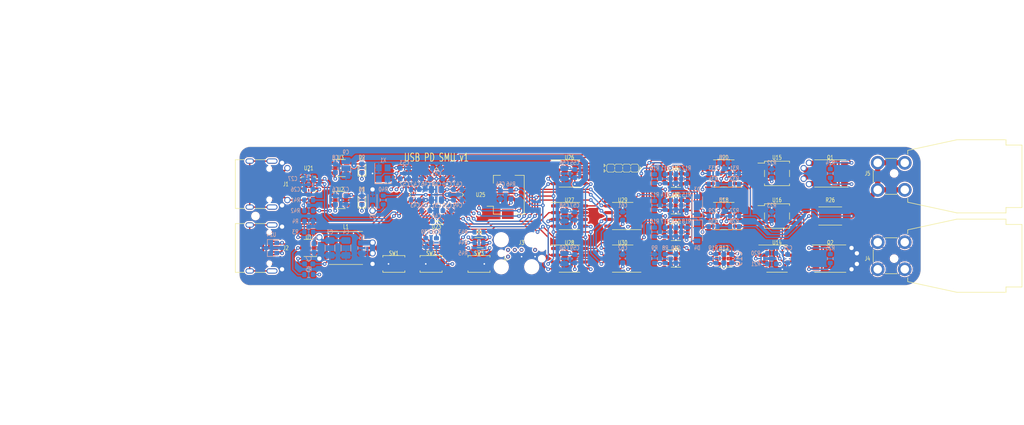
<source format=kicad_pcb>
(kicad_pcb (version 20221018) (generator pcbnew)
  (layers (0 "F.Cu" signal) (1 "In1.Cu" signal) (2 "In2.Cu" signal) (31 "B.Cu" signal) (34 "B.Paste" user) (35 "F.Paste" user) (36 "B.SilkS" user "B.Silkscreen") (37 "F.SilkS" user "F.Silkscreen") (38 "B.Mask" user) (39 "F.Mask" user) (44 "Edge.Cuts" user))
  (net 0 "")
  (net 1 "gnd")
  (net 2 "vusb")
  (net 3 "v3v3")
  (net 4 "control.int_link")
  (net 5 "control.control_voltage")
  (net 6 "pd.ic.vconn")
  (net 7 "pwr_usb.usb.dm")
  (net 8 "pwr_usb.usb.dp")
  (net 9 "reg_5v._switch_net")
  (net 10 "reg_5v._pwr_out_net")
  (net 11 "vanalog")
  (net 12 "vcenter")
  (net 13 "reg_5v.ic.fb")
  (net 14 "rgb.package.k_red")
  (net 15 "data_usb.S1")
  (net 16 "adc_i_cs_net")
  (net 17 "adc_v_cs_net")
  (net 18 "high_en_net")
  (net 19 "low_en_net")
  (net 20 "dac_ldac_net")
  (net 21 "dac_in_cs_net")
  (net 22 "dac_ip_cs_net")
  (net 23 "dac_v_cs_net")
  (net 24 "lcd_reset_net")
  (net 25 "lcd_rs_net")
  (net 26 "lcd_cs_net")
  (net 27 "rgb_r_net")
  (net 28 "sw1_chain_0")
  (net 29 "rgb_g_net")
  (net 30 "rgb_b_net")
  (net 31 "pd_int_net")
  (net 32 "sw3_chain_0")
  (net 33 "sw2_chain_0")
  (net 34 "rgb.package.k_blue")
  (net 35 "lcd.device.leda")
  (net 36 "spi_net.miso")
  (net 37 "spi_net.sck")
  (net 38 "spi_net.mosi")
  (net 39 "control.driver.low_gate.ic.ledk")
  (net 40 "control.int.(adapter)r.b.dst")
  (net 41 "led_analog.package.k")
  (net 42 "mcu.swd.reset")
  (net 43 "pwr_usb.S1")
  (net 44 "mcu.swd.swo")
  (net 45 "mcu.swd.swdio")
  (net 46 "outp.port")
  (net 47 "control.driver.(adapter)high_res.b.src")
  (net 48 "control.err_volt.amp.inp")
  (net 49 "control.control_current_source")
  (net 50 "control.amp.input")
  (net 51 "mcu.usb_0.dp")
  (net 52 "control.driver.out")
  (net 53 "control.driver.high_gate.ic.ledk")
  (net 54 "crystal.crystal.a")
  (net 55 "control.driver.control")
  (net 56 "control.err_volt.(adapter)rout.a.dst")
  (net 57 "reg_5v.(adapter)boot_cap.pos.dst")
  (net 58 "mcu.xtal.xtal_out")
  (net 59 "led_3v3.res.a")
  (net 60 "control.err_source.diode.anode")
  (net 61 "control.err_source.(adapter)rout.a.dst")
  (net 62 "control.err_sink.(adapter)diode.cathode.dst")
  (net 63 "control.err_sink.(adapter)diode.anode.src")
  (net 64 "rgb.green_res.a")
  (net 65 "pwr_usb.cc.cc1")
  (net 66 "pd.cc.cc2")
  (net 67 "data_usb.B4")
  (net 68 "usb_esd.usb.dm")
  (net 69 "swd.swd.swclk")
  (net 70 "control.driver.low_gate.apull")
  (net 71 "reg_5v.en_res.b")
  (net 72 "ref_div.center")
  (net 73 "adc_v.vin")
  (net 74 "control.err_source.rtop.b")
  (net 75 "control.measured_current")
  (net 76 "dac_in.out")
  (net 77 "control.err_sink.(adapter)rbot.b.dst")
  (net 78 "control.amp.r2.a")
  (net 79 "control.imeas.(adapter)rf.b.dst")
  (net 80 "control.imeas.(adapter)r2.b.dst")
  (net 81 "control.vmeas.rf.b")
  (net 82 "control.vmeas.r2.b")
  (net 83 "mcu.i2c_0.scl")
  (net 84 "i2c_pull.i2c.sda")
  (footprint "Package_SO:SO-8_3.9x4.9mm_P1.27mm" (layer "F.Cu") (at 171 44 180)
    (fp_text reference "U30")
    (fp_text value "MCP3201T-BI/SN (Microchip Technology)")
  )
  (footprint "Package_SO:SO-8_3.9x4.9mm_P1.27mm" (layer "F.Cu") (at 190 28 180)
    (fp_text reference "U20")
    (fp_text value "OPA197IDR (Texas Instruments)")
  )
  (footprint "Package_SO:SO-8_3.9x4.9mm_P1.27mm" (layer "F.Cu") (at 161 44)
    (fp_text reference "U28")
    (fp_text value "MCP4921-E/SN (Microchip Technology)")
  )
  (footprint "Package_SO:SO-8_3.9x4.9mm_P1.27mm" (layer "F.Cu") (at 161 28)
    (fp_text reference "U26")
    (fp_text value "MCP4921-E/SN (Microchip Technology)")
  )
  (footprint "edg:Indicator_IdDots_4" (layer "F.Cu") (at 171 27)
    (fp_text reference "2" hide)
    (fp_text value "IdDots4")
  )
  (footprint "edg:Indicator_LeadFree" (layer "F.Cu") (at 171 30 180)
    (fp_text reference "1" hide)
    (fp_text value "LeadFree")
  )
  (footprint "Connector:CalTest_CT3151" (layer "F.Cu") (at 224 46 180)
    (fp_text reference "J4")
    (fp_text value "CT3151-* (CalTest)")
  )
  (footprint "Connector:CalTest_CT3151" (layer "F.Cu") (at 224 31.08 180)
    (fp_text reference "J5")
    (fp_text value "CT3151-* (CalTest)")
  )
  (footprint "Connector_USB:USB_C_Receptacle_XKB_U262-16XN-4BVC11" (layer "F.Cu") (at 102 30 -90)
    (fp_text reference "J1")
    (fp_text value "COM-15111 (Sparkfun)")
  )
  (footprint "Package_TO_SOT_SMD:SOT-23-6" (layer "F.Cu") (at 181 44)
    (fp_text reference "U4")
    (fp_text value "TLV9061SQDBVRQ1 (Texas Instruments)")
  )
  (footprint "Inductor_SMD:L_Taiyo-Yuden_NR-60xx" (layer "F.Cu") (at 119 42)
    (fp_text reference "L1")
    (fp_text value "NR6028T470M (Taiyo Yuden) - 47µH, 920mA")
  )
  (footprint "Package_SO:SO-8_3.9x4.9mm_P1.27mm" (layer "F.Cu") (at 161 36)
    (fp_text reference "U27")
    (fp_text value "MCP4921-E/SN (Microchip Technology)")
  )
  (footprint "edg:Symbol_Duckling" (layer "F.Cu") (at 221 36)
    (fp_text reference "U31" hide)
    (fp_text value "Duck" hide)
  )
  (footprint "Package_DFN_QFN:WQFN-14-1EP_2.5x2.5mm_P0.5mm_EP1.45x1.45mm" (layer "F.Cu") (at 112 30 90)
    (fp_text reference "U21")
    (fp_text value "FUSB302B11MPX (ON Semiconductor)")
  )
  (footprint "Package_TO_SOT_SMD:SOT-23-6" (layer "F.Cu") (at 112 42 180)
    (fp_text reference "U1")
    (fp_text value "TPS54202H (Texas Instruments)")
  )
  (footprint "Package_SO:PowerPAK_SO-8_Single" (layer "F.Cu") (at 210 44)
    (fp_text reference "Q2")
    (fp_text value "SQJ433EP-T1_GE3 (Vishay Siliconix) - Vds=30 V, Ids=75A (Tc)")
  )
  (footprint "Package_SO:PowerPAK_SO-8_Single" (layer "F.Cu") (at 210 28 180)
    (fp_text reference "Q1")
    (fp_text value "SIR172ADP-T1-GE3 (Vishay Siliconix) - Vds=30 V, Ids=24A (Tc)")
  )
  (footprint "Package_SO:SO-8_3.9x4.9mm_P1.27mm" (layer "F.Cu") (at 200 44)
    (fp_text reference "U14")
    (fp_text value "OPA197IDR (Texas Instruments)")
  )
  (footprint "Package_SO:SO-4_4.4x4.3mm_P2.54mm" (layer "F.Cu") (at 200 36)
    (fp_text reference "U16")
    (fp_text value "G3VM-61GR2 (Omron Electronics)")
  )
  (footprint "Package_TO_SOT_SMD:SOT-23-6" (layer "F.Cu") (at 181 29)
    (fp_text reference "U6")
    (fp_text value "TLV9061SQDBVRQ1 (Texas Instruments)")
  )
  (footprint "Package_TO_SOT_SMD:SOT-23-6" (layer "F.Cu") (at 181 39)
    (fp_text reference "U10")
    (fp_text value "TLV9061SQDBVRQ1 (Texas Instruments)")
  )
  (footprint "Package_SO:SO-8_3.9x4.9mm_P1.27mm" (layer "F.Cu") (at 171 36 180)
    (fp_text reference "U29")
    (fp_text value "MCP3201T-BI/SN (Microchip Technology)")
  )
  (footprint "Connector_USB:USB_C_Receptacle_XKB_U262-16XN-4BVC11" (layer "F.Cu") (at 102 42 -90)
    (fp_text reference "J2")
    (fp_text value "COM-15111 (Sparkfun)")
  )
  (footprint "Package_SO:SO-4_4.4x4.3mm_P2.54mm" (layer "F.Cu") (at 200 28)
    (fp_text reference "U15")
    (fp_text value "G3VM-61GR2 (Omron Electronics)")
  )
  (footprint "Package_SO:SO-8_3.9x4.9mm_P1.27mm" (layer "F.Cu") (at 190 36 180)
    (fp_text reference "U18")
    (fp_text value "OPA197IDR (Texas Instruments)")
  )
  (footprint "Resistor_SMD:R_2512_6332Metric" (layer "F.Cu") (at 210 36)
    (fp_text reference "R26")
    (fp_text value "100m, 1%, 1.0 W")
  )
  (footprint "Button_Switch_SMD:SW_Push_SPST_NO_Alps_SKRK" (layer "F.Cu") (at 128 45)
    (fp_text reference "SW1")
    (fp_text value "3.9x2.9mm Switch")
  )
  (footprint "Button_Switch_SMD:SW_Push_SPST_NO_Alps_SKRK" (layer "F.Cu") (at 135 45)
    (fp_text reference "SW2")
    (fp_text value "3.9x2.9mm Switch")
  )
  (footprint "Button_Switch_SMD:SW_Push_SPST_NO_Alps_SKRK" (layer "F.Cu") (at 144 45 180)
    (fp_text reference "SW3")
    (fp_text value "3.9x2.9mm Switch")
  )
  (footprint "Package_TO_SOT_SMD:SOT-23-6" (layer "F.Cu") (at 190 44 180)
    (fp_text reference "U12")
    (fp_text value "TLV9061SQDBVRQ1 (Texas Instruments)")
  )
  (footprint "LED_SMD:LED_LiteOn_LTST-C19HE1WT" (layer "F.Cu") (at 144 41 90)
    (fp_text reference "D6")
    (fp_text value "EAST1616RGBB2 (Everlight Electronics Co Ltd)")
  )
  (footprint "Connector:Tag-Connect_TC2050-IDC-FP_2x05_P1.27mm_Vertical" (layer "F.Cu") (at 152 43)
    (fp_text reference "J3")
    (fp_text value "SWD")
  )
  (footprint "Package_TO_SOT_SMD:SOT-23-6" (layer "F.Cu") (at 181 34)
    (fp_text reference "U8")
    (fp_text value "TLV9061SQDBVRQ1 (Texas Instruments)")
  )
  (footprint "Package_TO_SOT_SMD:SOT-23-5" (layer "F.Cu") (at 118 33)
    (fp_text reference "U2")
    (fp_text value "XC6209F332MR-G (Torex Semiconductor Ltd)")
  )
  (footprint "Package_TO_SOT_SMD:SOT-23-5" (layer "F.Cu") (at 118 27)
    (fp_text reference "U3")
    (fp_text value "AP2210K-3.0 (Torex Semiconductor Ltd)")
  )
  (footprint "LED_SMD:LED_0603_1608Metric" (layer "F.Cu") (at 122 27 90)
    (fp_text reference "D2")
    (fp_text value "LED")
  )
  (footprint "LED_SMD:LED_0603_1608Metric" (layer "F.Cu") (at 122 33 90)
    (fp_text reference "D1")
    (fp_text value "LED")
  )
  (footprint "Package_QFP:LQFP-48_7x7mm_P0.5mm" (layer "F.Cu") (at 136 32 135)
    (fp_text reference "U23")
    (fp_text value "LPC1549JBD48 (NXP)")
  )
  (footprint "Connector_FFC-FPC:Hirose_FH12-8S-0.5SH_1x08-1MP_P0.50mm_Horizontal" (layer "F.Cu") (at 148 32 90)
    (fp_text reference "U25")
    (fp_text value "QT096T_IF09, FH12-8S-0.5SH(55)")
  )
  (footprint "edg:JlcToolingHole_1.152mm" (layer "F.Cu") (at 102 36)
    (fp_text reference "3" hide)
    (fp_text value "")
  )
  (footprint "edg:JlcToolingHole_1.152mm" (layer "F.Cu") (at 222 28)
    (fp_text reference "4" hide)
    (fp_text value "")
  )
  (footprint "edg:JlcToolingHole_1.152mm" (layer "F.Cu") (at 222 44)
    (fp_text reference "5" hide)
    (fp_text value "")
  )
  (footprint "Capacitor_SMD:C_0603_1608Metric" (layer "B.Cu") (at 130 29)
    (fp_text reference "C52")
    (fp_text value "CL10C100JB8NNNC (Samsung Electro-Mechanics) - C0G ±5% 10pF 50V 0603 Multilayer Ceramic Capacitors MLCC - SMD/SMT ROHS")
  )
  (footprint "Package_TO_SOT_SMD:SOT-23" (layer "B.Cu") (at 105 42 180)
    (fp_text reference "U24")
    (fp_text value "TPD2E009 (Texas Instruments)")
  )
  (footprint "Capacitor_SMD:C_0603_1608Metric" (layer "B.Cu") (at 132 33)
    (fp_text reference "C43")
    (fp_text value "0603B103K500NT (FH(Guangdong Fenghua Advanced Tech)) - X7R ±10% 50V 10nF 0603 Multilayer Ceramic Capacitors MLCC - SMD/SMT ROHS")
  )
  (footprint "Capacitor_SMD:C_0603_1608Metric" (layer "B.Cu") (at 132 31)
    (fp_text reference "C42")
    (fp_text value "CC0603KRX7R9BB104 (YAGEO) - X7R 100nF ±10% 50V 0603 Multilayer Ceramic Capacitors MLCC - SMD/SMT ROHS")
  )
  (footprint "Oscillator:Oscillator_SMD_Abracon_ASE-4Pin_3.2x2.5mm" (layer "B.Cu") (at 126 28 90)
    (fp_text reference "X1")
    (fp_text value "ABM8G-106-12.000MHZ-T (Abracon LLC) - 12MHz, 10pF")
  )
  (footprint "Capacitor_SMD:C_0603_1608Metric" (layer "B.Cu") (at 130 27)
    (fp_text reference "C53")
    (fp_text value "CL10C100JB8NNNC (Samsung Electro-Mechanics) - C0G ±5% 10pF 50V 0603 Multilayer Ceramic Capacitors MLCC - SMD/SMT ROHS")
  )
  (footprint "Capacitor_SMD:C_0603_1608Metric" (layer "B.Cu") (at 171 44 90)
    (fp_text reference "C62")
    (fp_text value "CL10A105KB8NNNC (Samsung Electro-Mechanics) - X5R ±10% 50V 1uF 0603 Multilayer Ceramic Capacitors MLCC - SMD/SMT ROHS")
  )
  (footprint "Resistor_SMD:R_0603_1608Metric" (layer "B.Cu") (at 192 36 180)
    (fp_text reference "R27")
    (fp_text value "0603WAF1002T5E (UNI-ROYAL(Uniroyal Elec)) - ±1% ±100ppm/℃ 10kΩ 0.1W 0603 Chip Resistor - Surface Mount ROHS")
  )
  (footprint "Resistor_SMD:R_0603_1608Metric" (layer "B.Cu") (at 192 38 180)
    (fp_text reference "R28")
    (fp_text value "0603WAF1002T5E (UNI-ROYAL(Uniroyal Elec)) - ±1% ±100ppm/℃ 10kΩ 0.1W 0603 Chip Resistor - Surface Mount ROHS")
  )
  (footprint "Resistor_SMD:R_0603_1608Metric" (layer "B.Cu") (at 188 36)
    (fp_text reference "R29")
    (fp_text value "0603WAF1002T5E (UNI-ROYAL(Uniroyal Elec)) - ±1% ±100ppm/℃ 10kΩ 0.1W 0603 Chip Resistor - Surface Mount ROHS")
  )
  (footprint "Capacitor_SMD:C_0603_1608Metric" (layer "B.Cu") (at 190 26)
    (fp_text reference "C25")
    (fp_text value "CC0603KRX7R9BB104 (YAGEO) - X7R 100nF ±10% 50V 0603 Multilayer Ceramic Capacitors MLCC - SMD/SMT ROHS")
  )
  (footprint "Resistor_SMD:R_0603_1608Metric" (layer "B.Cu") (at 192 28 180)
    (fp_text reference "R31")
    (fp_text value "0603WAF2203T5E (UNI-ROYAL(Uniroyal Elec)) - ±1% ±100ppm/℃ 0.1W 220kΩ 0603 Chip Resistor - Surface Mount ROHS")
  )
  (footprint "Resistor_SMD:R_0603_1608Metric" (layer "B.Cu") (at 192 30 180)
    (fp_text reference "R32")
    (fp_text value "0603WAF2203T5E (UNI-ROYAL(Uniroyal Elec)) - ±1% ±100ppm/℃ 0.1W 220kΩ 0603 Chip Resistor - Surface Mount ROHS")
  )
  (footprint "Resistor_SMD:R_0603_1608Metric" (layer "B.Cu") (at 188 28)
    (fp_text reference "R33")
    (fp_text value "0603WAF1002T5E (UNI-ROYAL(Uniroyal Elec)) - ±1% ±100ppm/℃ 10kΩ 0.1W 0603 Chip Resistor - Surface Mount ROHS")
  )
  (footprint "Resistor_SMD:R_0603_1608Metric" (layer "B.Cu") (at 188 30)
    (fp_text reference "R34")
    (fp_text value "0603WAF1002T5E (UNI-ROYAL(Uniroyal Elec)) - ±1% ±100ppm/℃ 10kΩ 0.1W 0603 Chip Resistor - Surface Mount ROHS")
  )
  (footprint "Capacitor_SMD:C_0603_1608Metric" (layer "B.Cu") (at 162 44 -90)
    (fp_text reference "C59")
    (fp_text value "CC0603KRX7R9BB104 (YAGEO) - X7R 100nF ±10% 50V 0603 Multilayer Ceramic Capacitors MLCC - SMD/SMT ROHS")
  )
  (footprint "Capacitor_SMD:C_0805_2012Metric" (layer "B.Cu") (at 160 44 -90)
    (fp_text reference "C60")
    (fp_text value "CL21A106KAYNNNE (Samsung Electro-Mechanics) - X5R 25V ±10% 10uF 0805 Multilayer Ceramic Capacitors MLCC - SMD/SMT ROHS")
  )
  (footprint "Capacitor_SMD:C_0603_1608Metric" (layer "B.Cu") (at 162 36 -90)
    (fp_text reference "C57")
    (fp_text value "CC0603KRX7R9BB104 (YAGEO) - X7R 100nF ±10% 50V 0603 Multilayer Ceramic Capacitors MLCC - SMD/SMT ROHS")
  )
  (footprint "Capacitor_SMD:C_0805_2012Metric" (layer "B.Cu") (at 160 36 -90)
    (fp_text reference "C58")
    (fp_text value "CL21A106KAYNNNE (Samsung Electro-Mechanics) - X5R 25V ±10% 10uF 0805 Multilayer Ceramic Capacitors MLCC - SMD/SMT ROHS")
  )
  (footprint "Capacitor_SMD:C_0603_1608Metric" (layer "B.Cu") (at 162 28 -90)
    (fp_text reference "C55")
    (fp_text value "CC0603KRX7R9BB104 (YAGEO) - X7R 100nF ±10% 50V 0603 Multilayer Ceramic Capacitors MLCC - SMD/SMT ROHS")
  )
  (footprint "Capacitor_SMD:C_0805_2012Metric" (layer "B.Cu") (at 160 28 -90)
    (fp_text reference "C56")
    (fp_text value "CL21A106KAYNNNE (Samsung Electro-Mechanics) - X5R 25V ±10% 10uF 0805 Multilayer Ceramic Capacitors MLCC - SMD/SMT ROHS")
  )
  (footprint "Resistor_SMD:R_0603_1608Metric" (layer "B.Cu") (at 112 33)
    (fp_text reference "R41")
    (fp_text value "0603WAF4701T5E (UNI-ROYAL(Uniroyal Elec)) - ±1% 4.7kΩ ±100ppm/℃ 0.1W 0603 Chip Resistor - Surface Mount ROHS")
  )
  (footprint "Resistor_SMD:R_0603_1608Metric" (layer "B.Cu") (at 112 35)
    (fp_text reference "R42")
    (fp_text value "0603WAF4701T5E (UNI-ROYAL(Uniroyal Elec)) - ±1% 4.7kΩ ±100ppm/℃ 0.1W 0603 Chip Resistor - Surface Mount ROHS")
  )
  (footprint "Capacitor_SMD:C_0603_1608Metric" (layer "B.Cu") (at 138 29)
    (fp_text reference "C40")
    (fp_text value "CC0603KRX7R9BB104 (YAGEO) - X7R 100nF ±10% 50V 0603 Multilayer Ceramic Capacitors MLCC - SMD/SMT ROHS")
  )
  (footprint "Capacitor_SMD:C_0603_1608Metric" (layer "B.Cu") (at 140 31)
    (fp_text reference "C47")
    (fp_text value "CC0603KRX7R9BB104 (YAGEO) - X7R 100nF ±10% 50V 0603 Multilayer Ceramic Capacitors MLCC - SMD/SMT ROHS")
  )
  (footprint "Capacitor_SMD:C_0805_2012Metric" (layer "B.Cu") (at 136 31 180)
    (fp_text reference "C48")
    (fp_text value "CL21A106KAYNNNE (Samsung Electro-Mechanics) - X5R 25V ±10% 10uF 0805 Multilayer Ceramic Capacitors MLCC - SMD/SMT ROHS")
  )
  (footprint "Capacitor_SMD:C_0603_1608Metric" (layer "B.Cu") (at 134 29 180)
    (fp_text reference "C46")
    (fp_text value "CC0603KRX7R9BB104 (YAGEO) - X7R 100nF ±10% 50V 0603 Multilayer Ceramic Capacitors MLCC - SMD/SMT ROHS")
  )
  (footprint "Capacitor_SMD:C_0603_1608Metric" (layer "B.Cu") (at 140 33)
    (fp_text reference "C49")
    (fp_text value "CC0603KRX7R9BB104 (YAGEO) - X7R 100nF ±10% 50V 0603 Multilayer Ceramic Capacitors MLCC - SMD/SMT ROHS")
  )
  (footprint "Capacitor_SMD:C_0603_1608Metric" (layer "B.Cu") (at 138 35)
    (fp_text reference "C50")
    (fp_text value "CC0603KRX7R9BB104 (YAGEO) - X7R 100nF ±10% 50V 0603 Multilayer Ceramic Capacitors MLCC - SMD/SMT ROHS")
  )
  (footprint "Capacitor_SMD:C_0805_2012Metric" (layer "B.Cu") (at 136 33 180)
    (fp_text reference "C51")
    (fp_text value "CL21A106KAYNNNE (Samsung Electro-Mechanics) - X5R 25V ±10% 10uF 0805 Multilayer Ceramic Capacitors MLCC - SMD/SMT ROHS")
  )
  (footprint "Capacitor_SMD:C_0603_1608Metric" (layer "B.Cu") (at 112 31 180)
    (fp_text reference "C26")
    (fp_text value "CC0603KRX7R9BB104 (YAGEO) - X7R 100nF ±10% 50V 0603 Multilayer Ceramic Capacitors MLCC - SMD/SMT ROHS")
  )
  (footprint "Capacitor_SMD:C_0805_2012Metric" (layer "B.Cu") (at 112 29 180)
    (fp_text reference "C27")
    (fp_text value "CL21A106KAYNNNE (Samsung Electro-Mechanics) - X5R 25V ±10% 10uF 0805 Multilayer Ceramic Capacitors MLCC - SMD/SMT ROHS")
  )
  (footprint "Capacitor_SMD:C_0603_1608Metric" (layer "B.Cu") (at 181 44 -90)
    (fp_text reference "C10")
    (fp_text value "CC0603KRX7R9BB104 (YAGEO) - X7R 100nF ±10% 50V 0603 Multilayer Ceramic Capacitors MLCC - SMD/SMT ROHS")
  )
  (footprint "Resistor_SMD:R_0603_1608Metric" (layer "B.Cu") (at 177 44 90)
    (fp_text reference "R9")
    (fp_text value "0603WAF1003T5E (UNI-ROYAL(Uniroyal Elec)) - ±1% 100kΩ ±100ppm/℃ 0.1W 0603 Chip Resistor - Surface Mount ROHS")
  )
  (footprint "Resistor_SMD:R_0603_1608Metric" (layer "B.Cu") (at 179 44 -90)
    (fp_text reference "R8")
    (fp_text value "0603WAF1003T5E (UNI-ROYAL(Uniroyal Elec)) - ±1% 100kΩ ±100ppm/℃ 0.1W 0603 Chip Resistor - Surface Mount ROHS")
  )
  (footprint "Capacitor_SMD:C_0603_1608Metric" (layer "B.Cu") (at 112 45)
    (fp_text reference "C2")
    (fp_text value "CC0603KRX7R9BB104 (YAGEO) - X7R 100nF ±10% 50V 0603 Multilayer Ceramic Capacitors MLCC - SMD/SMT ROHS")
  )
  (footprint "Resistor_SMD:R_0603_1608Metric" (layer "B.Cu") (at 112 47 180)
    (fp_text reference "R5")
    (fp_text value "0603WAF5103T5E (UNI-ROYAL(Uniroyal Elec)) - ±1% 510kΩ ±100ppm/℃ 0.1W 0603 Chip Resistor - Surface Mount ROHS")
  )
  (footprint "Resistor_SMD:R_0603_1608Metric" (layer "B.Cu") (at 112 39 180)
    (fp_text reference "R3")
    (fp_text value "0603WAF1102T5E (UNI-ROYAL(Uniroyal Elec)) - 11kΩ ±1% ±100ppm/℃ 0.1W 0603 Chip Resistor - Surface Mount ROHS")
  )
  (footprint "Capacitor_SMD:C_0603_1608Metric" (layer "B.Cu") (at 113 42 -90)
    (fp_text reference "C1")
    (fp_text value "CC0603KRX7R9BB104 (YAGEO) - X7R 100nF ±10% 50V 0603 Multilayer Ceramic Capacitors MLCC - SMD/SMT ROHS")
  )
  (footprint "Resistor_SMD:R_0603_1608Metric" (layer "B.Cu") (at 136 41 90)
    (fp_text reference "R38")
    (fp_text value "0603WAF1502T5E (UNI-ROYAL(Uniroyal Elec)) - ±1% 15kΩ ±100ppm/℃ 0.1W 0603 Chip Resistor - Surface Mount ROHS")
  )
  (footprint "Resistor_SMD:R_0603_1608Metric" (layer "B.Cu") (at 134 41 90)
    (fp_text reference "R39")
    (fp_text value "0603WAF1502T5E (UNI-ROYAL(Uniroyal Elec)) - ±1% 15kΩ ±100ppm/℃ 0.1W 0603 Chip Resistor - Surface Mount ROHS")
  )
  (footprint "Resistor_SMD:R_0603_1608Metric" (layer "B.Cu") (at 126 33 90)
    (fp_text reference "R40")
    (fp_text value "0603WAF1002T5E (UNI-ROYAL(Uniroyal Elec)) - ±1% ±100ppm/℃ 10kΩ 0.1W 0603 Chip Resistor - Surface Mount ROHS")
  )
  (footprint "Capacitor_SMD:C_0603_1608Metric" (layer "B.Cu") (at 134 35)
    (fp_text reference "C45")
    (fp_text value "0603B103K500NT (FH(Guangdong Fenghua Advanced Tech)) - X7R ±10% 50V 10nF 0603 Multilayer Ceramic Capacitors MLCC - SMD/SMT ROHS")
  )
  (footprint "Capacitor_SMD:C_0603_1608Metric" (layer "B.Cu") (at 136 37)
    (fp_text reference "C44")
    (fp_text value "CC0603KRX7R9BB104 (YAGEO) - X7R 100nF ±10% 50V 0603 Multilayer Ceramic Capacitors MLCC - SMD/SMT ROHS")
  )
  (footprint "Resistor_SMD:R_0603_1608Metric" (layer "B.Cu") (at 210 44 -90)
    (fp_text reference "R25")
    (fp_text value "0603WAF4701T5E (UNI-ROYAL(Uniroyal Elec)) - ±1% 4.7kΩ ±100ppm/℃ 0.1W 0603 Chip Resistor - Surface Mount ROHS")
  )
  (footprint "Resistor_SMD:R_0603_1608Metric" (layer "B.Cu") (at 199 36 90)
    (fp_text reference "R23")
    (fp_text value "0603WAF1600T5E (UNI-ROYAL(Uniroyal Elec)) - ±1% ±100ppm/℃ 0.1W 160Ω 0603 Chip Resistor - Surface Mount ROHS")
  )
  (footprint "Resistor_SMD:R_0603_1608Metric" (layer "B.Cu") (at 199 43 180)
    (fp_text reference "R20")
    (fp_text value "0603WAF3902T5E (UNI-ROYAL(Uniroyal Elec)) - ±1% 39kΩ ±100ppm/℃ 0.1W 0603 Chip Resistor - Surface Mount ROHS")
  )
  (footprint "Resistor_SMD:R_0603_1608Metric" (layer "B.Cu") (at 199 45)
    (fp_text reference "R21")
    (fp_text value "0603WAF2001T5E (UNI-ROYAL(Uniroyal Elec)) - ±1% 2kΩ ±100ppm/℃ 0.1W 0603 Chip Resistor - Surface Mount ROHS")
  )
  (footprint "Resistor_SMD:R_0603_1608Metric" (layer "B.Cu") (at 210 28 90)
    (fp_text reference "R24")
    (fp_text value "0603WAF4701T5E (UNI-ROYAL(Uniroyal Elec)) - ±1% 4.7kΩ ±100ppm/℃ 0.1W 0603 Chip Resistor - Surface Mount ROHS")
  )
  (footprint "Resistor_SMD:R_0603_1608Metric" (layer "B.Cu") (at 199 28 90)
    (fp_text reference "R22")
    (fp_text value "0603WAF1600T5E (UNI-ROYAL(Uniroyal Elec)) - ±1% ±100ppm/℃ 0.1W 160Ω 0603 Chip Resistor - Surface Mount ROHS")
  )
  (footprint "Capacitor_SMD:C_0603_1608Metric" (layer "B.Cu") (at 181 29 -90)
    (fp_text reference "C12")
    (fp_text value "CC0603KRX7R9BB104 (YAGEO) - X7R 100nF ±10% 50V 0603 Multilayer Ceramic Capacitors MLCC - SMD/SMT ROHS")
  )
  (footprint "Resistor_SMD:R_0603_1608Metric" (layer "B.Cu") (at 177 39 -90)
    (fp_text reference "R16")
    (fp_text value "0603WAF1002T5E (UNI-ROYAL(Uniroyal Elec)) - ±1% ±100ppm/℃ 10kΩ 0.1W 0603 Chip Resistor - Surface Mount ROHS")
  )
  (footprint "Capacitor_SMD:C_0603_1608Metric" (layer "B.Cu") (at 190 34)
    (fp_text reference "C23")
    (fp_text value "CC0603KRX7R9BB104 (YAGEO) - X7R 100nF ±10% 50V 0603 Multilayer Ceramic Capacitors MLCC - SMD/SMT ROHS")
  )
  (footprint "Resistor_SMD:R_0603_1608Metric" (layer "B.Cu") (at 179 29 -90)
    (fp_text reference "R11")
    (fp_text value "0603WAF1002T5E (UNI-ROYAL(Uniroyal Elec)) - ±1% ±100ppm/℃ 10kΩ 0.1W 0603 Chip Resistor - Surface Mount ROHS")
  )
  (footprint "Resistor_SMD:R_0603_1608Metric" (layer "B.Cu") (at 177 29 -90)
    (fp_text reference "R10")
    (fp_text value "0603WAF1002T5E (UNI-ROYAL(Uniroyal Elec)) - ±1% ±100ppm/℃ 10kΩ 0.1W 0603 Chip Resistor - Surface Mount ROHS")
  )
  (footprint "Resistor_SMD:R_0603_1608Metric" (layer "B.Cu") (at 183 29 -90)
    (fp_text reference "R12")
    (fp_text value "0603WAF4701T5E (UNI-ROYAL(Uniroyal Elec)) - ±1% 4.7kΩ ±100ppm/℃ 0.1W 0603 Chip Resistor - Surface Mount ROHS")
  )
  (footprint "Resistor_SMD:R_0603_1608Metric" (layer "B.Cu") (at 179 39 -90)
    (fp_text reference "R17")
    (fp_text value "0603WAF1002T5E (UNI-ROYAL(Uniroyal Elec)) - ±1% ±100ppm/℃ 10kΩ 0.1W 0603 Chip Resistor - Surface Mount ROHS")
  )
  (footprint "Diode_SMD:D_SOD-123" (layer "B.Cu") (at 185 39 -90)
    (fp_text reference "D4")
    (fp_text value "DSS14UTR (SMC Diode Solutions) - Vr=40V, I=1A")
  )
  (footprint "Resistor_SMD:R_0603_1608Metric" (layer "B.Cu") (at 183 39 -90)
    (fp_text reference "R18")
    (fp_text value "0603WAF100KT5E (UNI-ROYAL(Uniroyal Elec)) - ±1% ±400ppm/℃ 1Ω 0.1W 0603 Chip Resistor - Surface Mount ROHS")
  )
  (footprint "Capacitor_SMD:C_0603_1608Metric" (layer "B.Cu") (at 171 36 90)
    (fp_text reference "C61")
    (fp_text value "CL10A105KB8NNNC (Samsung Electro-Mechanics) - X5R ±10% 50V 1uF 0603 Multilayer Ceramic Capacitors MLCC - SMD/SMT ROHS")
  )
  (footprint "Resistor_SMD:R_0603_1608Metric" (layer "B.Cu") (at 188 38)
    (fp_text reference "R30")
    (fp_text value "0603WAF1002T5E (UNI-ROYAL(Uniroyal Elec)) - ±1% ±100ppm/℃ 10kΩ 0.1W 0603 Chip Resistor - Surface Mount ROHS")
  )
  (footprint "Capacitor_SMD:C_0603_1608Metric" (layer "B.Cu") (at 136 27)
    (fp_text reference "C41")
    (fp_text value "0603B103K500NT (FH(Guangdong Fenghua Advanced Tech)) - X7R ±10% 50V 10nF 0603 Multilayer Ceramic Capacitors MLCC - SMD/SMT ROHS")
  )
  (footprint "Capacitor_SMD:C_0603_1608Metric" (layer "B.Cu") (at 202 44 -90)
    (fp_text reference "C21")
    (fp_text value "CC0603KRX7R9BB104 (YAGEO) - X7R 100nF ±10% 50V 0603 Multilayer Ceramic Capacitors MLCC - SMD/SMT ROHS")
  )
  (footprint "Resistor_SMD:R_0603_1608Metric" (layer "B.Cu") (at 150 32 -90)
    (fp_text reference "R46")
    (fp_text value "0603WAF1000T5E (UNI-ROYAL(Uniroyal Elec)) - ±1% ±200ppm/℃ 100Ω 0.1W 0603 Chip Resistor - Surface Mount ROHS")
  )
  (footprint "Capacitor_SMD:C_0603_1608Metric" (layer "B.Cu") (at 148 32 -90)
    (fp_text reference "C54")
    (fp_text value "CL10A105KB8NNNC (Samsung Electro-Mechanics) - X5R ±10% 50V 1uF 0603 Multilayer Ceramic Capacitors MLCC - SMD/SMT ROHS")
  )
  (footprint "Resistor_SMD:R_0603_1608Metric" (layer "B.Cu") (at 188.5 44 90)
    (fp_text reference "R19")
    (fp_text value "0603WAF4701T5E (UNI-ROYAL(Uniroyal Elec)) - ±1% 4.7kΩ ±100ppm/℃ 0.1W 0603 Chip Resistor - Surface Mount ROHS")
  )
  (footprint "Capacitor_SMD:C_0603_1608Metric" (layer "B.Cu") (at 190 44 90)
    (fp_text reference "C18")
    (fp_text value "CC0603KRX7R9BB104 (YAGEO) - X7R 100nF ±10% 50V 0603 Multilayer Ceramic Capacitors MLCC - SMD/SMT ROHS")
  )
  (footprint "Resistor_SMD:R_0603_1608Metric" (layer "B.Cu") (at 144 41 180)
    (fp_text reference "R44")
    (fp_text value "0603WAF6800T5E (UNI-ROYAL(Uniroyal Elec)) - 680Ω ±1% ±100ppm/℃ 0.1W 0603 Chip Resistor - Surface Mount ROHS")
  )
  (footprint "Resistor_SMD:R_0603_1608Metric" (layer "B.Cu") (at 144 39 180)
    (fp_text reference "R43")
    (fp_text value "0603WAF6800T5E (UNI-ROYAL(Uniroyal Elec)) - 680Ω ±1% ±100ppm/℃ 0.1W 0603 Chip Resistor - Surface Mount ROHS")
  )
  (footprint "Resistor_SMD:R_0603_1608Metric" (layer "B.Cu") (at 144 43 180)
    (fp_text reference "R45")
    (fp_text value "0603WAF6800T5E (UNI-ROYAL(Uniroyal Elec)) - 680Ω ±1% ±100ppm/℃ 0.1W 0603 Chip Resistor - Surface Mount ROHS")
  )
  (footprint "Capacitor_SMD:C_1206_3216Metric" (layer "B.Cu") (at 116 42 -90)
    (fp_text reference "C3")
    (fp_text value "CL31A106KBHNNNE (Samsung Electro-Mechanics) - X5R ±10% 50V 10uF 1206 Multilayer Ceramic Capacitors MLCC - SMD/SMT ROHS")
  )
  (footprint "Capacitor_SMD:C_1206_3216Metric" (layer "B.Cu") (at 119 42 -90)
    (fp_text reference "C4")
    (fp_text value "CL31A106KBHNNNE (Samsung Electro-Mechanics) - X5R ±10% 50V 10uF 1206 Multilayer Ceramic Capacitors MLCC - SMD/SMT ROHS")
  )
  (footprint "Capacitor_SMD:C_1206_3216Metric" (layer "B.Cu") (at 119 27 -90)
    (fp_text reference "C9")
    (fp_text value "CL31B225KBHNNNE (Samsung Electro-Mechanics) - X7R 2.2uF ±10% 50V 1206 Multilayer Ceramic Capacitors MLCC - SMD/SMT ROHS")
  )
  (footprint "Capacitor_SMD:C_0603_1608Metric" (layer "B.Cu") (at 181 39 -90)
    (fp_text reference "C16")
    (fp_text value "CC0603KRX7R9BB104 (YAGEO) - X7R 100nF ±10% 50V 0603 Multilayer Ceramic Capacitors MLCC - SMD/SMT ROHS")
  )
  (footprint "Diode_SMD:D_SOD-123" (layer "B.Cu") (at 185 34 90)
    (fp_text reference "D3")
    (fp_text value "DSS14UTR (SMC Diode Solutions) - Vr=40V, I=1A")
  )
  (footprint "Resistor_SMD:R_0603_1608Metric" (layer "B.Cu") (at 183 34 -90)
    (fp_text reference "R15")
    (fp_text value "0603WAF100KT5E (UNI-ROYAL(Uniroyal Elec)) - ±1% ±400ppm/℃ 1Ω 0.1W 0603 Chip Resistor - Surface Mount ROHS")
  )
  (footprint "Resistor_SMD:R_0603_1608Metric" (layer "B.Cu") (at 179 34 -90)
    (fp_text reference "R14")
    (fp_text value "0603WAF1002T5E (UNI-ROYAL(Uniroyal Elec)) - ±1% ±100ppm/℃ 10kΩ 0.1W 0603 Chip Resistor - Surface Mount ROHS")
  )
  (footprint "Resistor_SMD:R_0603_1608Metric" (layer "B.Cu") (at 177 34 -90)
    (fp_text reference "R13")
    (fp_text value "0603WAF1002T5E (UNI-ROYAL(Uniroyal Elec)) - ±1% ±100ppm/℃ 10kΩ 0.1W 0603 Chip Resistor - Surface Mount ROHS")
  )
  (footprint "Capacitor_SMD:C_0603_1608Metric" (layer "B.Cu") (at 181 34 -90)
    (fp_text reference "C14")
    (fp_text value "CC0603KRX7R9BB104 (YAGEO) - X7R 100nF ±10% 50V 0603 Multilayer Ceramic Capacitors MLCC - SMD/SMT ROHS")
  )
  (footprint "Resistor_SMD:R_0603_1608Metric" (layer "B.Cu") (at 112 37)
    (fp_text reference "R4")
    (fp_text value "0603WAF1501T5E (UNI-ROYAL(Uniroyal Elec)) - 1.5kΩ ±1% ±100ppm/℃ 0.1W 0603 Chip Resistor - Surface Mount ROHS")
  )
  (footprint "Capacitor_SMD:C_0603_1608Metric" (layer "B.Cu") (at 117 27 90)
    (fp_text reference "C8")
    (fp_text value "CL10A105KB8NNNC (Samsung Electro-Mechanics) - X5R ±10% 50V 1uF 0603 Multilayer Ceramic Capacitors MLCC - SMD/SMT ROHS")
  )
  (footprint "Capacitor_SMD:C_0805_2012Metric" (layer "B.Cu") (at 122 42 -90)
    (fp_text reference "C5")
    (fp_text value "CL21A106KAYNNNE (Samsung Electro-Mechanics) - X5R 25V ±10% 10uF 0805 Multilayer Ceramic Capacitors MLCC - SMD/SMT ROHS")
  )
  (footprint "Resistor_SMD:R_0603_1608Metric" (layer "B.Cu") (at 122 27 90)
    (fp_text reference "R7")
    (fp_text value "0603WAF6800T5E (UNI-ROYAL(Uniroyal Elec)) - 680Ω ±1% ±100ppm/℃ 0.1W 0603 Chip Resistor - Surface Mount ROHS")
  )
  (footprint "Capacitor_SMD:C_0603_1608Metric" (layer "B.Cu") (at 119 33 -90)
    (fp_text reference "C7")
    (fp_text value "CL10A105KB8NNNC (Samsung Electro-Mechanics) - X5R ±10% 50V 1uF 0603 Multilayer Ceramic Capacitors MLCC - SMD/SMT ROHS")
  )
  (footprint "Capacitor_SMD:C_0603_1608Metric" (layer "B.Cu") (at 117 33 90)
    (fp_text reference "C6")
    (fp_text value "CL10A105KB8NNNC (Samsung Electro-Mechanics) - X5R ±10% 50V 1uF 0603 Multilayer Ceramic Capacitors MLCC - SMD/SMT ROHS")
  )
  (footprint "Resistor_SMD:R_0603_1608Metric" (layer "B.Cu") (at 122 33 90)
    (fp_text reference "R6")
    (fp_text value "0603WAF6800T5E (UNI-ROYAL(Uniroyal Elec)) - 680Ω ±1% ±100ppm/℃ 0.1W 0603 Chip Resistor - Surface Mount ROHS")
  )
  (footprint "Diode_SMD:D_SOD-323" (layer "B.Cu") (at 124 33 90)
    (fp_text reference "D5")
    (fp_text value "DDZ3V6ASF-7 (Diodes Incorporated) - Vz=3.57V, I=900mV @ 10mA")
  )
  (footprint "Capacitor_SMD:C_0603_1608Metric" (layer "B.Cu") (at 191.5 44 90)
    (fp_text reference "C19")
    (fp_text value "1nF")
  )
  (gr_arc (start 101 49) (mid 99.585786 48.414214) (end 99 47) (stroke (width 0.05)) (layer "Edge.Cuts"))
  (gr_line (start 101 49) (end 224 49) (stroke (width 0.05)) (layer "Edge.Cuts"))
  (gr_arc (start 99 25) (mid 99.585786 23.585786) (end 101 23) (stroke (width 0.05)) (layer "Edge.Cuts"))
  (gr_line (start 224 23) (end 101 23) (stroke (width 0.05)) (layer "Edge.Cuts"))
  (gr_line (start 99 25) (end 99 47) (stroke (width 0.05)) (layer "Edge.Cuts"))
  (gr_line (start 227 46) (end 227 26) (stroke (width 0.05)) (layer "Edge.Cuts"))
  (gr_arc (start 227 46) (mid 226.12132 48.12132) (end 224 49) (stroke (width 0.05)) (layer "Edge.Cuts"))
  (gr_arc (start 224 23) (mid 226.12132 23.87868) (end 227 26) (stroke (width 0.05)) (layer "Edge.Cuts"))
  (gr_text "USB PD SMU v1" (at 136 25) (layer "F.SilkS") (effects (font (size 1.5 1))))
  (segment (start 173.575 34.095) (end 172.095 34.095) (width 0.25) (layer "F.Cu") (net 1))
  (segment (start 172.365 35.365) (end 172.095 35.095) (width 0.25) (layer "F.Cu") (net 1))
  (segment (start 173.575 35.365) (end 172.365 35.365) (width 0.25) (layer "F.Cu") (net 1))
  (segment (start 172.095 35.095) (end 172.095 34.095) (width 0.25) (layer "F.Cu") (net 1))
  (segment (start 138.114946 30.114946) (end 138 30) (width 0.25) (layer "F.Cu") (net 1))
  (segment (start 138.945714 30.114946) (end 138.114946 30.114946) (width 0.25) (layer "F.Cu") (net 1))
  (segment (start 139.473662 29.586998) (end 138.945714 30.114946) (width 0.25) (layer "F.Cu") (net 1))
  (segment (start 133.232234 33) (end 132.172785 34.059449) (width 0.25) (layer "F.Cu") (net 1))
  (segment (start 134 33) (end 133.232234 33) (width 0.25) (layer "F.Cu") (net 1))
  (segment (start 133.93934 33) (end 132.526338 34.413002) (width 0.25) (layer "F.Cu") (net 1))
  (segment (start 134 33) (end 133.93934 33) (width 0.25) (layer "F.Cu") (net 1))
  (segment (start 139.18198 32) (end 140.534322 33.352342) (width 0.25) (layer "F.Cu") (net 1))
  (segment (start 138 32) (end 139.18198 32) (width 0.25) (layer "F.Cu") (net 1))
  (segment (start 137.75 29.75) (end 138 30) (width 0.25) (layer "F.Cu") (net 1))
  (segment (start 137.75 29.097432) (end 137.75 29.75) (width 0.25) (layer "F.Cu") (net 1))
  (segment (start 138.413002 28.526338) (end 138.321094 28.526338) (width 0.25) (layer "F.Cu") (net 1))
  (segment (start 138.321094 28.526338) (end 137.75 29.097432) (width 0.25) (layer "F.Cu") (net 1))
  (segment (start 190 43.5) (end 190 42.5) (width 0.25) (layer "F.Cu") (net 1))
  (segment (start 190.5 44) (end 190 43.5) (width 0.25) (layer "F.Cu") (net 1))
  (segment (start 191.1 44) (end 190.5 44) (width 0.25) (layer "F.Cu") (net 1))
  (segment (start 150.73 43.635) (end 152 43.635) (width 0.25) (layer "F.Cu") (net 1))
  (segment (start 192.575 26.095) (end 191.405 26.095) (width 0.25) (layer "F.Cu") (net 1))
  (segment (start 191 26.5) (end 191 27) (width 0.25) (layer "F.Cu") (net 1))
  (segment (start 191.405 26.095) (end 191 26.5) (width 0.25) (layer "F.Cu") (net 1))
  (segment (start 180.5 34) (end 181 34.5) (width 0.25) (layer "F.Cu") (net 1))
  (segment (start 179.9 34) (end 180.5 34) (width 0.25) (layer "F.Cu") (net 1))
  (segment (start 181 34.5) (end 181 35.5) (width 0.25) (layer "F.Cu") (net 1))
  (segment (start 162.635 43.365) (end 161 45) (width 0.25) (layer "F.Cu") (net 1))
  (segment (start 163.575 43.365) (end 162.635 43.365) (width 0.25) (layer "F.Cu") (net 1))
  (segment (start 162.635 27.365) (end 161 29) (width 0.25) (layer "F.Cu") (net 1))
  (segment (start 163.575 27.365) (end 162.635 27.365) (width 0.25) (layer "F.Cu") (net 1))
  (segment (start 116.9 27) (end 118 27) (width 0.5) (layer "F.Cu") (net 1))
  (segment (start 116.9 33) (end 118 33) (width 0.5) (layer "F.Cu") (net 1))
  (segment (start 200.905 45.905) (end 201 46) (width 0.25) (layer "F.Cu") (net 1))
  (segment (start 105.67 33.05) (end 105.67 33.35) (width 0.25) (layer "F.Cu") (net 1))
  (segment (start 191.405 34.095) (end 191 34.5) (width 0.25) (layer "F.Cu") (net 1))
  (segment (start 107 38.5) (end 107 38) (width 0.25) (layer "F.Cu") (net 1))
  (segment (start 212.795 42.095) (end 213.905 42.095) (width 1) (layer "F.Cu") (net 1))
  (segment (start 172.095 42.095) (end 171.405 42.095) (width 0.25) (layer "F.Cu") (net 1))
  (segment (start 105.67 26.65) (end 106.35 26.65) (width 0.25) (layer "F.Cu") (net 1))
  (segment (start 132.9 45) (end 134 45) (width 0.25) (layer "F.Cu") (net 1))
  (segment (start 210.69 44) (end 212.59 44) (width 1) (layer "F.Cu") (net 1))
  (segment (start 105.67 38.65) (end 106.35 38.65) (width 0.25) (layer "F.Cu") (net 1))
  (segment (start 112.5 28) (end 112 27.5) (width 0.25) (layer "F.Cu") (net 1))
  (segment (start 105.67 38.95) (end 106.55 38.95) (width 0.25) (layer "F.Cu") (net 1))
  (segment (start 106.35 45.35) (end 107 46) (width 0.25) (layer "F.Cu") (net 1))
  (segment (start 112 28.7375) (end 112 27.5) (width 0.25) (layer "F.Cu") (net 1))
  (segment (start 106.55 26.95) (end 107 26.5) (width 0.25) (layer "F.Cu") (net 1))
  (segment (start 181 29.5) (end 181 30.5) (width 0.25) (layer "F.Cu") (net 1))
  (segment (start 213.905 45.905) (end 214 46) (width 1) (layer "F.Cu") (net 1))
  (segment (start 106.55 45.05) (end 107 45.5) (width 0.25) (layer "F.Cu") (net 1))
  (segment (start 181 39.5) (end 181 40.5) (width 0.25) (layer "F.Cu") (net 1))
  (segment (start 105.67 26.95) (end 105.67 26.65) (width 0.25) (layer "F.Cu") (net 1))
  (segment (start 113.5 44) (end 114 44) (width 0.5) (layer "F.Cu") (net 1))
  (segment (start 105.67 33.35) (end 106.35 33.35) (width 0.25) (layer "F.Cu") (net 1))
  (segment (start 113.1 43.6) (end 113.5 44) (width 0.5) (layer "F.Cu") (net 1))
  (segment (start 192.575 34.095) (end 191.405 34.095) (width 0.25) (layer "F.Cu") (net 1))
  (segment (start 172.095 34.095) (end 171.405 34.095) (width 0.25) (layer "F.Cu") (net 1))
  (segment (start 105.67 38.95) (end 105.67 38.65) (width 0.25) (layer "F.Cu") (net 1))
  (segment (start 173.575 42.095) (end 172.095 42.095) (width 0.25) (layer "F.Cu") (net 1))
  (segment (start 212.795 43.795) (end 212.795 42.095) (width 1) (layer "F.Cu") (net 1))
  (segment (start 173.575 43.365) (end 172.365 43.365) (width 0.25) (layer "F.Cu") (net 1))
  (segment (start 146.1 45) (end 145 45) (width 0.25) (layer "F.Cu") (net 1))
  (segment (start 107 26.5) (end 107 26) (width 0.25) (layer "F.Cu") (net 1))
  (segment (start 107 45.5) (end 107 46) (width 0.25) (layer "F.Cu") (net 1))
  (segment (start 213.905 42.095) (end 214 42) (width 1) (layer "F.Cu") (net 1))
  (segment (start 180.5 39) (end 181 39.5) (width 0.25) (layer "F.Cu") (net 1))
  (segment (start 180.5 44) (end 181 44.5) (width 0.25) (layer "F.Cu") (net 1))
  (segment (start 172.095 43.095) (end 172.095 42.095) (width 0.25) (layer "F.Cu") (net 1))
  (segment (start 112.5 28.7375) (end 112.5 28) (width 0.25) (layer "F.Cu") (net 1))
  (segment (start 171.405 42.095) (end 171 42.5) (width 0.25) (layer "F.Cu") (net 1))
  (segment (start 147.75 33.25) (end 148 33.5) (width 0.25) (layer "F.Cu") (net 1))
  (segment (start 106.35 33.35) (end 107 34) (width 0.25) (layer "F.Cu") (net 1))
  (segment (start 162.635 35.365) (end 161 37) (width 0.25) (layer "F.Cu") (net 1))
  (segment (start 212.59 44) (end 212.795 43.795) (width 1) (layer "F.Cu") (net 1))
  (segment (start 172.365 43.365) (end 172.095 43.095) (width 0.25) (layer "F.Cu") (net 1))
  (segment (start 106.35 38.65) (end 107 38) (width 0.25) (layer "F.Cu") (net 1))
  (segment (start 179.9 44) (end 180.5 44) (width 0.25) (layer "F.Cu") (net 1))
  (segment (start 105.67 45.35) (end 106.35 45.35) (width 0.25) (layer "F.Cu") (net 1))
  (segment (start 171.405 34.095) (end 171 34.5) (width 0.25) (layer "F.Cu") (net 1))
  (segment (start 180.5 29) (end 181 29.5) (width 0.25) (layer "F.Cu") (net 1))
  (segment (start 105.67 33.05) (end 106.55 33.05) (width 0.25) (layer "F.Cu") (net 1))
  (segment (start 105.67 45.05) (end 105.67 45.35) (width 0.25) (layer "F.Cu") (net 1))
  (segment (start 197.425 45.905) (end 200.905 45.905) (width 0.25) (layer "F.Cu") (net 1))
  (segment (start 105.67 45.05) (end 106.55 45.05) (width 0.25) (layer "F.Cu") (net 1))
  (segment (start 191 34.5) (end 191 35) (width 0.25) (layer "F.Cu") (net 1))
  (segment (start 106.55 33.05) (end 107 33.5) (width 0.25) (layer "F.Cu") (net 1))
  (segment (start 179.9 39) (end 180.5 39) (width 0.25) (layer "F.Cu") (net 1))
  (segment (start 212.795 44.635) (end 214.635 44.635) (width 1) (layer "F.Cu") (net 1))
  (segment (start 181 44.5) (end 181 45.5) (width 0.25) (layer "F.Cu") (net 1))
  (segment (start 125.9 45) (end 127 45) (width 0.25) (layer "F.Cu") (net 1))
  (segment (start 106.55 38.95) (end 107 38.5) (width 0.25) (layer "F.Cu") (net 1))
  (segment (start 212.795 45.905) (end 213.905 45.905) (width 1) (layer "F.Cu") (net 1))
  (segment (start 113.1 42.95) (end 113.1 43.6) (width 0.5) (layer "F.Cu") (net 1))
  (segment (start 214.635 43.365) (end 215 43) (width 1) (layer "F.Cu") (net 1))
  (segment (start 179.9 29) (end 180.5 29) (width 0.25) (layer "F.Cu") (net 1))
  (segment (start 212.795 43.365) (end 214.635 43.365) (width 1) (layer "F.Cu") (net 1))
  (segment (start 107 33.5) (end 107 34) (width 0.25) (layer "F.Cu") (net 1))
  (segment (start 212.795 45.905) (end 212.795 43.795) (width 1) (layer "F.Cu") (net 1))
  (segment (start 163.575 35.365) (end 162.635 35.365) (width 0.25) (layer "F.Cu") (net 1))
  (segment (start 146.15 33.25) (end 147.75 33.25) (width 0.25) (layer "F.Cu") (net 1))
  (segment (start 106.35 26.65) (end 107 26) (width 0.25) (layer "F.Cu") (net 1))
  (segment (start 105.67 26.95) (end 106.55 26.95) (width 0.25) (layer "F.Cu") (net 1))
  (segment (start 214.635 44.635) (end 215 45) (width 1) (layer "F.Cu") (net 1))
  (via (at 138 30) (size 0.7) (drill 0.3) (layers "F.Cu" "B.Cu") (net 1))
  (via (at 134 33) (size 0.7) (drill 0.3) (layers "F.Cu" "B.Cu") (net 1))
  (via (at 138 32) (size 0.7) (drill 0.3) (layers "F.Cu" "B.Cu") (net 1))
  (via (at 190 42.5) (size 0.7) (drill 0.3) (layers "F.Cu" "B.Cu") (net 1))
  (via (at 152 43.635) (size 0.7) (drill 0.3) (layers "F.Cu" "B.Cu") (net 1))
  (via (at 154.54 43.635) (size 0.7) (drill 0.3) (layers "F.Cu" "B.Cu") (net 1))
  (via (at 191 27) (size 0.7) (drill 0.3) (layers "F.Cu" "B.Cu") (net 1))
  (via (at 181 35.5) (size 0.7) (drill 0.3) (layers "F.Cu" "B.Cu") (net 1))
  (via (at 161 45) (size 0.7) (drill 0.3) (layers "F.Cu" "B.Cu") (net 1))
  (via (at 161 29) (size 0.7) (drill 0.3) (layers "F.Cu" "B.Cu") (net 1))
  (via (at 118 27) (size 0.7) (drill 0.3) (layers "F.Cu" "B.Cu") (net 1))
  (via (at 118 33) (size 0.7) (drill 0.3) (layers "F.Cu" "B.Cu") (net 1))
  (via (at 112 27.5) (size 0.7) (drill 0.3) (layers "F.Cu" "B.Cu") (net 1))
  (via (at 145 45) (size 0.7) (drill 0.3) (layers "F.Cu" "B.Cu") (net 1))
  (via (at 215 43) (size 1.2) (drill 0.8) (layers "F.Cu" "B.Cu") (net 1))
  (via (at 177 42.5) (size 0.7) (drill 0.3) (layers "F.Cu" "B.Cu") (net 1))
  (via (at 148 33.5) (size 0.7) (drill 0.3) (layers "F.Cu" "B.Cu") (net 1))
  (via (at 201 46) (size 0.7) (drill 0.3) (layers "F.Cu" "B.Cu") (net 1))
  (via (at 107 46) (size 1.2) (drill 0.8) (layers "F.Cu" "B.Cu") (net 1))
  (via (at 181 40.5) (size 0.7) (drill 0.3) (layers "F.Cu" "B.Cu") (net 1))
  (via (at 214 46) (size 1.2) (drill 0.8) (layers "F.Cu" "B.Cu") (net 1))
  (via (at 199 26.5) (size 0.7) (drill 0.3) (layers "F.Cu" "B.Cu") (net 1))
  (via (at 191 35) (size 0.7) (drill 0.3) (layers "F.Cu" "B.Cu") (net 1))
  (via (at 124 31) (size 1.2) (drill 0.8) (layers "F.Cu" "B.Cu") (net 1))
  (via (at 124 45) (size 1.2) (drill 0.8) (layers "F.Cu" "B.Cu") (net 1))
  (via (at 107 38) (size 1.2) (drill 0.8) (layers "F.Cu" "B.Cu") (net 1))
  (via (at 181 30.5) (size 0.7) (drill 0.3) (layers "F.Cu" "B.Cu") (net 1))
  (via (at 127 45) (size 0.7) (drill 0.3) (layers "F.Cu" "B.Cu") (net 1))
  (via (at 215 45) (size 1.2) (drill 0.8) (layers "F.Cu" "B.Cu") (net 1))
  (via (at 103 42) (size 0.7) (drill 0.3) (layers "F.Cu" "B.Cu") (net 1))
  (via (at 134 45) (size 0.7) (drill 0.3) (layers "F.Cu" "B.Cu") (net 1))
  (via (at 181 45.5) (size 0.7) (drill 0.3) (layers "F.Cu" "B.Cu") (net 1))
  (via (at 171 42.5) (size 0.7) (drill 0.3) (layers "F.Cu" "B.Cu") (net 1))
  (via (at 214 42) (size 1.2) (drill 0.8) (layers "F.Cu" "B.Cu") (net 1))
  (via (at 171 34.5) (size 0.7) (drill 0.3) (layers "F.Cu" "B.Cu") (net 1))
  (via (at 124 28.000004) (size 0.7) (drill 0.3) (layers "F.Cu" "B.Cu") (net 1))
  (via (at 199 34.5) (size 0.7) (drill 0.3) (layers "F.Cu" "B.Cu") (net 1))
  (via (at 107 34) (size 1.2) (drill 0.8) (layers "F.Cu" "B.Cu") (net 1))
  (via (at 107 26) (size 1.2) (drill 0.8) (layers "F.Cu" "B.Cu") (net 1))
  (via (at 114 44) (size 1.2) (drill 0.8) (layers "F.Cu" "B.Cu") (net 1))
  (via (at 161 37) (size 0.7) (drill 0.3) (layers "F.Cu" "B.Cu") (net 1))
  (segment (start 140.7875 33.7125) (end 140.7875 33) (width 0.25) (layer "B.Cu") (net 1))
  (segment (start 140.7875 31) (end 140.7875 30.2875) (width 0.25) (layer "B.Cu") (net 1))
  (segment (start 140.7875 30.2875) (end 140.5 30) (width 0.25) (layer "B.Cu") (net 1))
  (segment (start 140.5 30) (end 138 30) (width 0.25) (layer "B.Cu") (net 1))
  (segment (start 135.0625 31) (end 135.0625 30) (width 0.25) (layer "B.Cu") (net 1))
  (segment (start 135.0625 33) (end 135.0625 32) (width 0.25) (layer "B.Cu") (net 1))
  (segment (start 134 31) (end 135.0625 31) (width 0.25) (layer "B.Cu") (net 1))
  (segment (start 132.7875 31) (end 134 31) (width 0.25) (layer "B.Cu") (net 1))
  (segment (start 134 33) (end 135.0625 33) (width 0.25) (layer "B.Cu") (net 1))
  (segment (start 132.7875 33) (end 134 33) (width 0.25) (layer "B.Cu") (net 1))
  (segment (start 133.2125 29) (end 133.2125 29.7125) (width 0.25) (layer "B.Cu") (net 1))
  (segment (start 135.0625 32) (end 135.0625 31) (width 0.25) (layer "B.Cu") (net 1))
  (segment (start 135.0625 33.9375) (end 134.7875 34.2125) (width 0.25) (layer "B.Cu") (net 1))
  (segment (start 134.7875 34.2125) (end 134.7875 35) (width 0.25) (layer "B.Cu") (net 1))
  (segment (start 135.0625 33) (end 135.0625 33.9375) (width 0.25) (layer "B.Cu") (net 1))
  (segment (start 138.7875 29) (end 138.7875 30) (width 0.25) (layer "B.Cu") (net 1))
  (segment (start 138.7875 28.2875) (end 138.7875 29) (width 0.25) (layer "B.Cu") (net 1))
  (segment (start 140.7875 33) (end 140.7875 31) (width 0.25) (layer "B.Cu") (net 1))
  (segment (start 138 32) (end 140.7875 32) (width 0.25) (layer "B.Cu") (net 1))
  (segment (start 138.7875 35) (end 138.7875 34.2125) (width 0.25) (layer "B.Cu") (net 1))
  (segment (start 139 34) (end 140.5 34) (width 0.25) (layer "B.Cu") (net 1))
  (segment (start 138.7875 34.2125) (end 139 34) (width 0.25) (layer "B.Cu") (net 1))
  (segment (start 140.5 34) (end 140.7875 33.7125) (width 0.25) (layer "B.Cu") (net 1))
  (segment (start 136.7875 36.2875) (end 136.7875 37) (width 0.25) (layer "B.Cu") (net 1))
  (segment (start 134.7875 35) (end 135.5 35) (width 0.25) (layer "B.Cu") (net 1))
  (segment (start 135.5 35) (end 136.7875 36.2875) (width 0.25) (layer "B.Cu") (net 1))
  (segment (start 136.7875 27) (end 136.7875 27.7875) (width 0.25) (layer "B.Cu") (net 1))
  (segment (start 136.7875 27.7875) (end 137 28) (width 0.25) (layer "B.Cu") (net 1))
  (segment (start 137 28) (end 138.5 28) (width 0.25) (layer "B.Cu") (net 1))
  (segment (start 138.5 28) (end 138.7875 28.2875) (width 0.25) (layer "B.Cu") (net 1))
  (segment (start 135.0625 30) (end 133.5 30) (width 0.25) (layer "B.Cu") (net 1))
  (segment (start 133.2125 29.7125) (end 133.5 30) (width 0.25) (layer "B.Cu") (net 1))
  (segment (start 190 43.225) (end 190 42.5) (width 0.25) (layer "B.Cu") (net 1))
  (segment (start 190.775 26.775) (end 191 27) (width 0.25) (layer "B.Cu") (net 1))
  (segment (start 190.775 26) (end 190.775 26.775) (width 0.25) (layer "B.Cu") (net 1))
  (segment (start 181 34.775) (end 181 35.5) (width 0.25) (layer "B.Cu") (net 1))
  (segment (start 160.95 44.95) (end 161 45) (width 0.25) (layer "B.Cu") (net 1))
  (segment (start 160 44.95) (end 160.95 44.95) (width 0.25) (layer "B.Cu") (net 1))
  (segment (start 161.225 44.775) (end 161 45) (width 0.25) (layer "B.Cu") (net 1))
  (segment (start 162 44.775) (end 161.225 44.775) (width 0.25) (layer "B.Cu") (net 1))
  (segment (start 160.95 28.95) (end 161 29) (width 0.25) (layer "B.Cu") (net 1))
  (segment (start 160 28.95) (end 160.95 28.95) (width 0.25) (layer "B.Cu") (net 1))
  (segment (start 161.225 28.775) (end 161 29) (width 0.25) (layer "B.Cu") (net 1))
  (segment (start 162 28.775) (end 161.225 28.775) (width 0.25) (layer "B.Cu") (net 1))
  (segment (start 117 26.225) (end 117.225 26.225) (width 0.5) (layer "B.Cu") (net 1))
  (segment (start 117.225 26.225) (end 118 27) (width 0.5) (layer "B.Cu") (net 1))
  (segment (start 118 33) (end 118 33.5) (width 0.5) (layer "B.Cu") (net 1))
  (segment (start 117 32.225) (end 117.725 32.225) (width 0.5) (layer "B.Cu") (net 1))
  (segment (start 119 33.775) (end 118.275 33.775) (width 0.5) (layer "B.Cu") (net 1))
  (segment (start 117.725 32.225) (end 118 32.5) (width 0.5) (layer "B.Cu") (net 1))
  (segment (start 117 32.225) (end 117.225 32.225) (width 0.5) (layer "B.Cu") (net 1))
  (segment (start 118.275 33.775) (end 118 33.5) (width 0.5) (layer "B.Cu") (net 1))
  (segment (start 118 32.5) (end 118 33) (width 0.5) (layer "B.Cu") (net 1))
  (segment (start 119 43.4) (end 116 43.4) (width 0.5) (layer "B.Cu") (net 1))
  (segment (start 171 35.225) (end 171 34.5) (width 0.25) (layer "B.Cu") (net 1))
  (segment (start 136 32) (end 138 32) (width 0.16) (layer "B.Cu") (net 1))
  (segment (start 135.0625 32) (end 136 32) (width 0.25) (layer "B.Cu") (net 1))
  (segment (start 161.225 36.775) (end 161 37) (width 0.25) (layer "B.Cu") (net 1))
  (segment (start 122 42.95) (end 122 44) (width 1) (layer "B.Cu") (net 1))
  (segment (start 111.05 27.95) (end 111.5 27.5) (width 0.25) (layer "B.Cu") (net 1))
  (segment (start 171 43.225) (end 171 42.5) (width 0.25) (layer "B.Cu") (net 1))
  (segment (start 160 36.95) (end 160.95 36.95) (width 0.25) (layer "B.Cu") (net 1))
  (segment (start 122 44) (end 123 45) (width 1) (layer "B.Cu") (net 1))
  (segment (start 199 35.175) (end 199 34.5) (width 0.25) (layer "B.Cu") (net 1))
  (segment (start 190.775 34) (end 190.775 34.775) (width 0.25) (layer "B.Cu") (net 1))
  (segment (start 111.05 29) (end 111.05 27.95) (width 0.25) (layer "B.Cu") (net 1))
  (segment (start 160.95 36.95) (end 161 37) (width 0.25) (layer "B.Cu") (net 1))
  (segment (start 181 39.775) (end 181 40.5) (width 0.25) (layer "B.Cu") (net 1))
  (segment (start 162 36.775) (end 161.225 36.775) (width 0.25) (layer "B.Cu") (net 1))
  (segment (start 190.775 34.775) (end 191 35) (width 0.25) (layer "B.Cu") (net 1))
  (segment (start 113.5 44) (end 114 44) (width 0.5) (layer "B.Cu") (net 1))
  (segment (start 201.5 46) (end 201 46) (width 0.25) (layer "B.Cu") (net 1))
  (segment (start 134 41.825) (end 134 45) (width 0.25) (layer "B.Cu") (net 1))
  (segment (start 136 30) (end 138 30) (width 0.16) (layer "B.Cu") (net 1))
  (segment (start 181 29.775) (end 181 30.5) (width 0.25) (layer "B.Cu") (net 1))
  (segment (start 135.0625 30) (end 136 30) (width 0.25) (layer "B.Cu") (net 1))
  (segment (start 124 31.95) (end 124 31) (width 0.5) (layer "B.Cu") (net 1))
  (segment (start 119 27.5) (end 118.5 27) (width 0.5) (layer "B.Cu") (net 1))
  (segment (start 119 27.95) (end 119 27.5) (width 0.5) (layer "B.Cu") (net 1))
  (segment (start 123 45) (end 124 45) (width 1) (layer "B.Cu") (net 1))
  (segment (start 177 43.175) (end 177 42.5) (width 0.25) (layer "B.Cu") (net 1))
  (segment (start 111.5 27.5) (end 112 27.5) (width 0.25) (layer "B.Cu") (net 1))
  (segment (start 111.05 29) (end 111.05 30.825) (width 0.25) (layer "B.Cu") (net 1))
  (segment (start 104 42) (end 103 42) (width 0.25) (layer "B.Cu") (net 1))
  (segment (start 181 44.775) (end 181 45.5) (width 0.25) (layer "B.Cu") (net 1))
  (segment (start 118.5 27) (end 118 27) (width 0.5) (layer "B.Cu") (net 1))
  (segment (start 113 43.5) (end 113.5 44) (width 0.5) (layer "B.Cu") (net 1))
  (segment (start 202 45.5) (end 201.5 46) (width 0.25) (layer "B.Cu") (net 1))
  (segment (start 113 42.775) (end 113 43.5) (width 0.5) (layer "B.Cu") (net 1))
  (segment (start 114.6 43.4) (end 114 44) (width 0.5) (layer "B.Cu") (net 1))
  (segment (start 116 43.4) (end 114.6 43.4) (width 0.5) (layer "B.Cu") (net 1))
  (segment (start 202 44.775) (end 202 45.5) (width 0.25) (layer "B.Cu") (net 1))
  (segment (start 199 27.175) (end 199 26.5) (width 0.25) (layer "B.Cu") (net 1))
  (segment (start 148 32.7875) (end 148 33.5) (width 0.16) (layer "B.Cu") (net 1))
  (segment (start 111.05 30.825) (end 111.225 31) (width 0.25) (layer "B.Cu") (net 1))
  (segment (start 189 28) (end 189 27) (width 0.25) (layer "F.Cu") (net 2))
  (segment (start 187.425 28.635) (end 188.365 28.635) (width 0.25) (layer "F.Cu") (net 2))
  (segment (start 188.365 28.635) (end 189 28) (width 0.25) (layer "F.Cu") (net 2))
  (segment (start 112 32.5) (end 112 31.2625) (width 0.25) (layer "F.Cu") (net 2))
  (segment (start 105.67 27.75) (end 107.25 27.75) (width 0.25) (layer "F.Cu") (net 2))
  (segment (start 108 33) (end 111.5 33) (width 0.25) (layer "F.Cu") (net 2))
  (segment (start 105.67 32.25) (end 105.67 32.55) (width 0.25) (layer "F.Cu") (net 2))
  (segment (start 113.5 40) (end 114 40) (width 0.5) (layer "F.Cu") (net 2))
  (segment (start 207.41 28) (end 207.205 28.205) (width 1) (layer "F.Cu") (net 2))
  (segment (start 107.55 32.55) (end 108 33) (width 0.25) (layer "F.Cu") (net 2))
  (segment (start 105.67 32.25) (end 107.25 32.25) (width 0.25) (layer "F.Cu") (net 2))
  (segment (start 202.575 43.365) (end 201.365 43.365) (width 0.25) (layer "F.Cu") (net 2))
  (segment (start 209.31 28) (end 207.41 28) (width 1) (layer "F.Cu") (net 2))
  (segment (start 205.365014 28.635) (end 205.000014 29) (width 1) (layer "F.Cu") (net 2))
  (segment (start 113.1 41.05) (end 113.1 40.4) (width 0.5) (layer "F.Cu") (net 2))
  (segment (start 207.205 28.205) (end 207.205 29.905) (width 1) (layer "F.Cu") (net 2))
  (segment (start 207.205 29.905) (end 206.095 29.905) (width 1) (layer "F.Cu") (net 2))
  (segment (start 105.67 27.75) (end 105.67 27.45) (width 0.25) (layer "F.Cu") (net 2))
  (segment (start 111.5 33) (end 112 32.5) (width 0.25) (layer "F.Cu") (net 2))
  (segment (start 107.55 27.45) (end 108 27) (width 0.25) (layer "F.Cu") (net 2))
  (segment (start 201.365 43.365) (end 201 43) (width 0.25) (layer "F.Cu") (net 2))
  (segment (start 113.1 40.4) (end 113.5 40) (width 0.5) (layer "F.Cu") (net 2))
  (segment (start 207.205 28.635) (end 205.365014 28.635) (width 1) (layer "F.Cu") (net 2))
  (segment (start 206.095 26.095) (end 206 26) (width 1) (layer "F.Cu") (net 2))
  (segment (start 207.205 27.365) (end 205.365 27.365) (width 1) (layer "F.Cu") (net 2))
  (segment (start 207.205 26.095) (end 206.095 26.095) (width 1) (layer "F.Cu") (net 2))
  (segment (start 187.425 36.635) (end 188.365 36.635) (width 0.25) (layer "F.Cu") (net 2))
  (segment (start 201 43) (end 201 42) (width 0.25) (layer "F.Cu") (net 2))
  (segment (start 188.365 36.635) (end 189 36) (width 0.25) (layer "F.Cu") (net 2))
  (segment (start 105.67 27.45) (end 107.55 27.45) (width 0.25) (layer "F.Cu") (net 2))
  (segment (start 205.365 27.365) (end 205 27) (width 1) (layer "F.Cu") (net 2))
  (segment (start 105.67 32.55) (end 107.55 32.55) (width 0.25) (layer "F.Cu") (net 2))
  (segment (start 189 36) (end 189 35) (width 0.25) (layer "F.Cu") (net 2))
  (segment (start 107.25 32.25) (end 108 33) (width 0.25) (layer "F.Cu") (net 2))
  (segment (start 207.205 26.095) (end 207.205 28.205) (width 1) (layer "F.Cu") (net 2))
  (segment (start 107.25 27.75) (end 108 27) (width 0.25) (layer "F.Cu") (net 2))
  (segment (start 206.095 29.905) (end 206 30) (width 1) (layer "F.Cu") (net 2))
  (via (at 189 27) (size 0.7) (drill 0.3) (layers "F.Cu" "B.Cu") (net 2))
  (via (at 205 27) (size 1.2) (drill 0.8) (layers "F.Cu" "B.Cu") (net 2))
  (via (at 201 42) (size 0.7) (drill 0.3) (layers "F.Cu" "B.Cu") (net 2))
  (via (at 205.000014 29) (size 1.2) (drill 0.8) (layers "F.Cu" "B.Cu") (net 2))
  (via (at 114 47) (size 0.7) (drill 0.3) (layers "F.Cu" "B.Cu") (net 2))
  (via (at 108 27) (size 1.2) (drill 0.8) (layers "F.Cu" "B.Cu") (net 2))
  (via (at 114 40) (size 1.2) (drill 0.8) (layers "F.Cu" "B.Cu") (net 2))
  (via (at 206 30) (size 1.2) (drill 0.8) (layers "F.Cu" "B.Cu") (net 2))
  (via (at 189 35) (size 0.7) (drill 0.3) (layers "F.Cu" "B.Cu") (net 2))
  (via (at 206 26) (size 1.2) (drill 0.8) (layers "F.Cu" "B.Cu") (net 2))
  (via (at 108 33) (size 1.2) (drill 0.8) (layers "F.Cu" "B.Cu") (net 2))
  (segment (start 189.225 26) (end 189.225 26.775) (width 0.25) (layer "B.Cu") (net 2))
  (segment (start 189.225 26.775) (end 189 27) (width 0.25) (layer "B.Cu") (net 2))
  (segment (start 189.225 34) (end 189.225 34.775) (width 0.25) (layer "B.Cu") (net 2))
  (segment (start 114.6 40.6) (end 114 40) (width 0.5) (layer "B.Cu") (net 2))
  (segment (start 189.225 34.775) (end 189 35) (width 0.25) (layer "B.Cu") (net 2))
  (segment (start 202 42.5) (end 201.5 42) (width 0.25) (layer "B.Cu") (net 2))
  (segment (start 114 40) (end 113.5 40) (width 0.5) (layer "B.Cu") (net 2))
  (segment (start 113.5 40) (end 113 40.5) (width 0.5) (layer "B.Cu") (net 2))
  (segment (start 201.5 42) (end 201 42) (width 0.25) (layer "B.Cu") (net 2))
  (segment (start 113 40.5) (end 113 41.225) (width 0.5) (layer "B.Cu") (net 2))
  (segment (start 202 43.225) (end 202 42.5) (width 0.25) (layer "B.Cu") (net 2))
  (segment (start 119 40.6) (end 116 40.6) (width 0.5) (layer "B.Cu") (net 2))
  (segment (start 116 40.6) (end 114.6 40.6) (width 0.5) (layer "B.Cu") (net 2))
  (segment (start 112.825 47) (end 114 47) (width 0.25) (layer "B.Cu") (net 2))
  (segment (start 182.1 38.05) (end 182.1 39) (width 0.25) (layer "F.Cu") (net 3))
  (segment (start 182.1 28.05) (end 182.1 29) (width 0.25) (layer "F.Cu") (net 3))
  (segment (start 140.180769 33.705895) (end 139.474874 33) (width 0.25) (layer "F.Cu") (net 3))
  (segment (start 139.474874 33) (end 139 33) (width 0.25) (layer "F.Cu") (net 3))
  (segment (start 139 33) (end 138 33) (width 0.25) (layer "F.Cu") (net 3))
  (segment (start 138.767766 31) (end 138 31) (width 0.25) (layer "F.Cu") (net 3))
  (segment (start 139.827215 29.940551) (end 138.767766 31) (width 0.25) (layer "F.Cu") (net 3))
  (segment (start 135.474874 29) (end 136 29) (width 0.25) (layer "F.Cu") (net 3))
  (segment (start 134.294105 27.819231) (end 135.237437 28.762563) (width 0.25) (layer "F.Cu") (net 3))
  (segment (start 135.237437 28.762563) (end 135.474874 29) (width 0.25) (layer "F.Cu") (net 3))
  (segment (start 133.646446 34) (end 134 34) (width 0.25) (layer "F.Cu") (net 3))
  (segment (start 132.879891 34.766555) (end 133.646446 34) (width 0.25) (layer "F.Cu") (net 3))
  (segment (start 133.525126 32) (end 134 32) (width 0.25) (layer "F.Cu") (net 3))
  (segment (start 131.819231 33.705895) (end 133.525126 32) (width 0.25) (layer "F.Cu") (net 3))
  (segment (start 134.974874 29.5) (end 135.474874 29) (width 0.25) (layer "F.Cu") (net 3))
  (segment (start 133.853554 29.5) (end 134.974874 29.5) (width 0.25) (layer "F.Cu") (net 3))
  (segment (start 139.93198 31.25) (end 140.534322 30.647658) (width 0.25) (layer "F.Cu") (net 3))
  (segment (start 139 31.25) (end 139.93198 31.25) (width 0.25) (layer "F.Cu") (net 3))
  (segment (start 138 31) (end 138.75 31) (width 0.25) (layer "F.Cu") (net 3))
  (segment (start 138.75 31) (end 139 31.25) (width 0.25) (layer "F.Cu") (net 3))
  (segment (start 138 33) (end 137.25 32.25) (width 0.25) (layer "F.Cu") (net 3))
  (segment (start 137.25 32.25) (end 137.25 31.75) (width 0.25) (layer "F.Cu") (net 3))
  (segment (start 137.25 31.75) (end 138 31) (width 0.25) (layer "F.Cu") (net 3))
  (segment (start 136 32) (end 137.25 32) (width 0.25) (layer "F.Cu") (net 3))
  (segment (start 134 32) (end 135 32) (width 0.25) (layer "F.Cu") (net 3))
  (segment (start 135 32) (end 136 32) (width 0.25) (layer "F.Cu") (net 3))
  (segment (start 136 29) (end 136 32) (width 0.25) (layer "F.Cu") (net 3))
  (segment (start 134.75 32) (end 135 32) (width 0.25) (layer "F.Cu") (net 3))
  (segment (start 134 34) (end 134.75 33.25) (width 0.25) (layer "F.Cu") (net 3))
  (segment (start 134.75 33.25) (end 134.75 32) (width 0.25) (layer "F.Cu") (net 3))
  (segment (start 189.55 44.95) (end 190 45.4) (width 0.25) (layer "F.Cu") (net 3))
  (segment (start 190 45.4) (end 190 45.499948) (width 0.25) (layer "F.Cu") (net 3))
  (segment (start 188.9 44.95) (end 189.55 44.95) (width 0.25) (layer "F.Cu") (net 3))
  (segment (start 188.9 44.95) (end 188.9 44) (width 0.25) (layer "F.Cu") (net 3))
  (segment (start 182.1 33.05) (end 181.45 33.05) (width 0.25) (layer "F.Cu") (net 3))
  (segment (start 181 32.6) (end 181 32.5) (width 0.25) (layer "F.Cu") (net 3))
  (segment (start 181.45 33.05) (end 181 32.6) (width 0.25) (layer "F.Cu") (net 3))
  (segment (start 182.1 33.05) (end 182.1 34) (width 0.25) (layer "F.Cu") (net 3))
  (segment (start 160.095 42.095) (end 161 43) (width 0.25) (layer "F.Cu") (net 3))
  (segment (start 158.425 42.095) (end 160.095 42.095) (width 0.25) (layer "F.Cu") (net 3))
  (segment (start 160.095 26.095) (end 161 27) (width 0.25) (layer "F.Cu") (net 3))
  (segment (start 158.425 26.095) (end 160.095 26.095) (width 0.25) (layer "F.Cu") (net 3))
  (segment (start 122 32.2125) (end 120.2125 32.2125) (width 0.25) (layer "F.Cu") (net 3))
  (segment (start 120.2125 32.2125) (end 120 32) (width 0.25) (layer "F.Cu") (net 3))
  (segment (start 119.1 32.05) (end 119.95 32.05) (width 0.5) (layer "F.Cu") (net 3))
  (segment (start 119.95 32.05) (end 120 32) (width 0.5) (layer "F.Cu") (net 3))
  (segment (start 181 37.6) (end 181 37.5) (width 0.25) (layer "F.Cu") (net 3))
  (segment (start 168.425 45.905) (end 170.595 45.905) (width 0.25) (layer "F.Cu") (net 3))
  (segment (start 113.2625 30.75) (end 113.75 30.75) (width 0.25) (layer "F.Cu") (net 3))
  (segment (start 181 27.6) (end 181 27.5) (width 0.25) (layer "F.Cu") (net 3))
  (segment (start 113.75 30.75) (end 114 31) (width 0.25) (layer "F.Cu") (net 3))
  (segment (start 112.5 31.2625) (end 112.5 32) (width 0.25) (layer "F.Cu") (net 3))
  (segment (start 158.425 34.095) (end 160.095 34.095) (width 0.25) (layer "F.Cu") (net 3))
  (segment (start 181.45 28.05) (end 181 27.6) (width 0.25) (layer "F.Cu") (net 3))
  (segment (start 133.233445 28.879891) (end 133.853554 29.5) (width 0.25) (layer "F.Cu") (net 3))
  (segment (start 181.45 38.05) (end 181 37.6) (width 0.25) (layer "F.Cu") (net 3))
  (segment (start 160.095 34.095) (end 161 35) (width 0.25) (layer "F.Cu") (net 3))
  (segment (start 147.75 30.75) (end 148 30.5) (width 0.25) (layer "F.Cu") (net 3))
  (segment (start 170.595 45.905) (end 171 45.5) (width 0.25) (layer "F.Cu") (net 3))
  (segment (start 168.425 37.905) (end 170.595 37.905) (width 0.25) (layer "F.Cu") (net 3))
  (segment (start 182.1 28.05) (end 181.45 28.05) (width 0.25) (layer "F.Cu") (net 3))
  (segment (start 143.275 40.575) (end 142.575 40.575) (width 0.25) (layer "F.Cu") (net 3))
  (segment (start 142.575 40.575) (end 142 40) (width 0.25) (layer "F.Cu") (net 3))
  (segment (start 182.1 38.05) (end 181.45 38.05) (width 0.25) (layer "F.Cu") (net 3))
  (segment (start 170.595 37.905) (end 171 37.5) (width 0.25) (layer "F.Cu") (net 3))
  (segment (start 112.5 32) (end 113 32) (width 0.25) (layer "F.Cu") (net 3))
  (segment (start 113 32) (end 114 31) (width 0.25) (layer "F.Cu") (net 3))
  (segment (start 146.15 30.75) (end 147.75 30.75) (width 0.25) (layer "F.Cu") (net 3))
  (via (at 134 34) (size 0.7) (drill 0.3) (layers "F.Cu" "B.Cu") (net 3))
  (via (at 138 31) (size 0.7) (drill 0.3) (layers "F.Cu" "B.Cu") (net 3))
  (via (at 138 33) (size 0.7) (drill 0.3) (layers "F.Cu" "B.Cu") (net 3))
  (via (at 136 29) (size 0.7) (drill 0.3) (layers "F.Cu" "B.Cu") (net 3))
  (via (at 134 32) (size 0.7) (drill 0.3) (layers "F.Cu" "B.Cu") (net 3))
  (via (at 190 45.499948) (size 0.7) (drill 0.3) (layers "F.Cu" "B.Cu") (net 3))
  (via (at 149.46 43.635) (size 0.7) (drill 0.3) (layers "F.Cu" "B.Cu") (net 3))
  (via (at 181 32.5) (size 0.7) (drill 0.3) (layers "F.Cu" "B.Cu") (net 3))
  (via (at 161 43) (size 0.7) (drill 0.3) (layers "F.Cu" "B.Cu") (net 3))
  (via (at 161 27) (size 0.7) (drill 0.3) (layers "F.Cu" "B.Cu") (net 3))
  (via (at 120 32) (size 0.7) (drill 0.3) (layers "F.Cu" "B.Cu") (net 3))
  (via (at 171 37.5) (size 0.7) (drill 0.3) (layers "F.Cu" "B.Cu") (net 3))
  (via (at 142 40) (size 0.7) (drill 0.3) (layers "F.Cu" "B.Cu") (net 3))
  (via (at 171 45.5) (size 0.7) (drill 0.3) (layers "F.Cu" "B.Cu") (net 3))
  (via (at 148 30.5) (size 0.7) (drill 0.3) (layers "F.Cu" "B.Cu") (net 3))
  (via (at 161 35) (size 0.7) (drill 0.3) (layers "F.Cu" "B.Cu") (net 3))
  (via (at 181 37.5) (size 0.7) (drill 0.3) (layers "F.Cu" "B.Cu") (net 3))
  (via (at 139 45) (size 0.7) (drill 0.3) (layers "F.Cu" "B.Cu") (net 3))
  (via (at 114 31) (size 0.7) (drill 0.3) (layers "F.Cu" "B.Cu") (net 3))
  (via (at 111 34) (size 0.7) (drill 0.3) (layers "F.Cu" "B.Cu") (net 3))
  (via (at 124 35) (size 1.2) (drill 0.8) (layers "F.Cu" "B.Cu") (net 3))
  (via (at 181 27.5) (size 0.7) (drill 0.3) (layers "F.Cu" "B.Cu") (net 3))
  (segment (start 131.2125 33) (end 131.2125 32) (width 0.25) (layer "B.Cu") (net 3))
  (segment (start 131.2125 31) (end 131.2125 32) (width 0.25) (layer "B.Cu") (net 3))
  (segment (start 138 31) (end 139.2125 31) (width 0.25) (layer "B.Cu") (net 3))
  (segment (start 136.9375 31) (end 138 31) (width 0.25) (layer "B.Cu") (net 3))
  (segment (start 136.9375 33) (end 138 33) (width 0.25) (layer "B.Cu") (net 3))
  (segment (start 139.2125 33) (end 138 33) (width 0.25) (layer "B.Cu") (net 3))
  (segment (start 137.2125 35) (end 137.2125 34.2875) (width 0.25) (layer "B.Cu") (net 3))
  (segment (start 138 33.5) (end 138 33) (width 0.25) (layer "B.Cu") (net 3))
  (segment (start 137.2125 34.2875) (end 138 33.5) (width 0.25) (layer "B.Cu") (net 3))
  (segment (start 137.2125 29) (end 136 29) (width 0.25) (layer "B.Cu") (net 3))
  (segment (start 134.7875 29) (end 136 29) (width 0.25) (layer "B.Cu") (net 3))
  (segment (start 133.5 34) (end 134 34) (width 0.25) (layer "B.Cu") (net 3))
  (segment (start 133.2125 35) (end 133.2125 34.2875) (width 0.25) (layer "B.Cu") (net 3))
  (segment (start 133.2125 34.2875) (end 133.5 34) (width 0.25) (layer "B.Cu") (net 3))
  (segment (start 131.2125 32) (end 134 32) (width 0.25) (layer "B.Cu") (net 3))
  (segment (start 133.2125 35) (end 133.2125 35.7125) (width 0.25) (layer "B.Cu") (net 3))
  (segment (start 135.2125 37) (end 135.2125 36.2125) (width 0.25) (layer "B.Cu") (net 3))
  (segment (start 135 36) (end 133.5 36) (width 0.25) (layer "B.Cu") (net 3))
  (segment (start 135.2125 36.2125) (end 135 36) (width 0.25) (layer "B.Cu") (net 3))
  (segment (start 133.2125 35.7125) (end 133.5 36) (width 0.25) (layer "B.Cu") (net 3))
  (segment (start 136 28.5) (end 136 29) (width 0.25) (layer "B.Cu") (net 3))
  (segment (start 135.2125 27) (end 135.2125 27.7125) (width 0.25) (layer "B.Cu") (net 3))
  (segment (start 135.2125 27.7125) (end 136 28.5) (width 0.25) (layer "B.Cu") (net 3))
  (segment (start 190 44.775) (end 190 45.499948) (width 0.25) (layer "B.Cu") (net 3))
  (segment (start 181 33.225) (end 181 32.5) (width 0.25) (layer "B.Cu") (net 3))
  (segment (start 160.95 43.05) (end 161 43) (width 0.25) (layer "B.Cu") (net 3))
  (segment (start 160 43.05) (end 160.95 43.05) (width 0.25) (layer "B.Cu") (net 3))
  (segment (start 161.225 43.225) (end 161 43) (width 0.25) (layer "B.Cu") (net 3))
  (segment (start 162 43.225) (end 161.225 43.225) (width 0.25) (layer "B.Cu") (net 3))
  (segment (start 160.95 27.05) (end 161 27) (width 0.25) (layer "B.Cu") (net 3))
  (segment (start 160 27.05) (end 160.95 27.05) (width 0.25) (layer "B.Cu") (net 3))
  (segment (start 161.225 27.225) (end 161 27) (width 0.25) (layer "B.Cu") (net 3))
  (segment (start 162 27.225) (end 161.225 27.225) (width 0.25) (layer "B.Cu") (net 3))
  (segment (start 119 32.225) (end 119.775 32.225) (width 0.5) (layer "B.Cu") (net 3))
  (segment (start 119.775 32.225) (end 120 32) (width 0.5) (layer "B.Cu") (net 3))
  (segment (start 161.225 35.225) (end 161 35) (width 0.25) (layer "B.Cu") (net 3))
  (segment (start 171 44.775) (end 171 45.5) (width 0.25) (layer "B.Cu") (net 3))
  (segment (start 112.775 31) (end 114 31) (width 0.25) (layer "B.Cu") (net 3))
  (segment (start 148 31.2125) (end 150 31.2125) (width 0.25) (layer "B.Cu") (net 3))
  (segment (start 136 41.825) (end 136 43) (width 0.25) (layer "B.Cu") (net 3))
  (segment (start 148 31.2125) (end 148 30.5) (width 0.16) (layer "B.Cu") (net 3))
  (segment (start 111.175 35) (end 111.175 34.175) (width 0.25) (layer "B.Cu") (net 3))
  (segment (start 181 38.225) (end 181 37.5) (width 0.25) (layer "B.Cu") (net 3))
  (segment (start 160.95 35.05) (end 161 35) (width 0.25) (layer "B.Cu") (net 3))
  (segment (start 138 45) (end 139 45) (width 0.25) (layer "B.Cu") (net 3))
  (segment (start 124 34.05) (end 124 35) (width 0.5) (layer "B.Cu") (net 3))
  (segment (start 111.175 33.825) (end 111 34) (width 0.25) (layer "B.Cu") (net 3))
  (segment (start 112.95 29) (end 112.95 30.825) (width 0.25) (layer "B.Cu") (net 3))
  (segment (start 125.5 35) (end 124 35) (width 0.25) (layer "B.Cu") (net 3))
  (segment (start 136 43) (end 138 45) (width 0.25) (layer "B.Cu") (net 3))
  (segment (start 112.95 30.825) (end 112.775 31) (width 0.25) (layer "B.Cu") (net 3))
  (segment (start 111.175 33) (end 111.175 33.825) (width 0.25) (layer "B.Cu") (net 3))
  (segment (start 162 35.225) (end 161.225 35.225) (width 0.25) (layer "B.Cu") (net 3))
  (segment (start 126 34.5) (end 125.5 35) (width 0.25) (layer "B.Cu") (net 3))
  (segment (start 126 33.825) (end 126 34.5) (width 0.25) (layer "B.Cu") (net 3))
  (segment (start 160 35.05) (end 160.95 35.05) (width 0.25) (layer "B.Cu") (net 3))
  (segment (start 111.175 34.175) (end 111 34) (width 0.25) (layer "B.Cu") (net 3))
  (segment (start 171 36.775) (end 171 37.5) (width 0.25) (layer "B.Cu") (net 3))
  (segment (start 181 28.225) (end 181 27.5) (width 0.25) (layer "B.Cu") (net 3))
  (segment (start 182.15 30) (end 182.1 29.95) (width 0.25) (layer "F.Cu") (net 4))
  (segment (start 183 40.5) (end 183 40) (width 0.25) (layer "F.Cu") (net 4))
  (segment (start 183.95 43.95) (end 185 45) (width 0.25) (layer "F.Cu") (net 4))
  (segment (start 182.1 34.95) (end 183.95 34.95) (width 0.25) (layer "F.Cu") (net 4))
  (segment (start 182.1 34.95) (end 182.95 34.95) (width 0.25) (layer "F.Cu") (net 4))
  (segment (start 183 35) (end 183 35.5) (width 0.25) (layer "F.Cu") (net 4))
  (segment (start 187.5 45) (end 185 45) (width 0.25) (layer "F.Cu") (net 4))
  (segment (start 182.95 39.95) (end 183 40) (width 0.25) (layer "F.Cu") (net 4))
  (segment (start 183.95 39.95) (end 184 40) (width 0.25) (layer "F.Cu") (net 4))
  (segment (start 183 30.5) (end 184 31.5) (width 0.25) (layer "F.Cu") (net 4))
  (segment (start 182.1 39.95) (end 182.95 39.95) (width 0.25) (layer "F.Cu") (net 4))
  (segment (start 184 35) (end 184 31.5) (width 0.25) (layer "F.Cu") (net 4))
  (segment (start 183 30.5) (end 183 30) (width 0.25) (layer "F.Cu") (net 4))
  (segment (start 183 30) (end 182.15 30) (width 0.25) (layer "F.Cu") (net 4))
  (segment (start 184 36) (end 184 40) (width 0.25) (layer "F.Cu") (net 4))
  (segment (start 182.95 34.95) (end 183 35) (width 0.25) (layer "F.Cu") (net 4))
  (segment (start 182.1 39.95) (end 183.95 39.95) (width 0.25) (layer "F.Cu") (net 4))
  (segment (start 183.95 39.95) (end 183.95 43.95) (width 0.25) (layer "F.Cu") (net 4))
  (segment (start 184 36) (end 184 35) (width 0.25) (layer "F.Cu") (net 4))
  (segment (start 183.95 34.95) (end 184 35) (width 0.25) (layer "F.Cu") (net 4))
  (via (at 187.5 45) (size 0.7) (drill 0.3) (layers "F.Cu" "B.Cu") (net 4))
  (via (at 183 40.5) (size 0.7) (drill 0.3) (layers "F.Cu" "B.Cu") (net 4))
  (via (at 183 35.5) (size 0.7) (drill 0.3) (layers "F.Cu" "B.Cu") (net 4))
  (via (at 183 30.5) (size 0.7) (drill 0.3) (layers "F.Cu" "B.Cu") (net 4))
  (segment (start 187.675 44.825) (end 187.5 45) (width 0.25) (layer "B.Cu") (net 4))
  (segment (start 183 39.825) (end 183 40.5) (width 0.25) (layer "B.Cu") (net 4))
  (segment (start 183 34.825) (end 183 35.5) (width 0.25) (layer "B.Cu") (net 4))
  (segment (start 188.5 44.825) (end 187.675 44.825) (width 0.25) (layer "B.Cu") (net 4))
  (segment (start 183 29.825) (end 183 30.5) (width 0.25) (layer "B.Cu") (net 4))
  (segment (start 173 32) (end 174.5 30.5) (width 0.25) (layer "F.Cu") (net 5))
  (segment (start 174.5 28.5) (end 174.5 28) (width 0.25) (layer "F.Cu") (net 5))
  (segment (start 167 32) (end 173 32) (width 0.25) (layer "F.Cu") (net 5))
  (segment (start 166 31) (end 167 32) (width 0.25) (layer "F.Cu") (net 5))
  (segment (start 166 27) (end 166 31) (width 0.25) (layer "F.Cu") (net 5))
  (segment (start 174.5 30.5) (end 174.5 28.5) (width 0.25) (layer "F.Cu") (net 5))
  (segment (start 165.095 26.095) (end 166 27) (width 0.25) (layer "F.Cu") (net 5))
  (segment (start 163.575 26.095) (end 165.095 26.095) (width 0.25) (layer "F.Cu") (net 5))
  (via (at 174.5 28) (size 0.7) (drill 0.3) (layers "F.Cu" "B.Cu") (net 5))
  (segment (start 174.5 27.5) (end 175 27) (width 0.25) (layer "B.Cu") (net 5))
  (segment (start 177 28.175) (end 177 27.5) (width 0.25) (layer "B.Cu") (net 5))
  (segment (start 177 27.5) (end 176.5 27) (width 0.25) (layer "B.Cu") (net 5))
  (segment (start 174.5 28) (end 174.5 27.5) (width 0.25) (layer "B.Cu") (net 5))
  (segment (start 176.5 27) (end 175 27) (width 0.25) (layer "B.Cu") (net 5))
  (segment (start 110.25 29.75) (end 110 30) (width 0.25) (layer "F.Cu") (net 6))
  (segment (start 110.25 30.25) (end 110 30) (width 0.25) (layer "F.Cu") (net 6))
  (segment (start 110.7375 30.25) (end 110.25 30.25) (width 0.25) (layer "F.Cu") (net 6))
  (segment (start 110.7375 29.75) (end 110.25 29.75) (width 0.25) (layer "F.Cu") (net 6))
  (segment (start 104.5 29.5) (end 104.75 29.25) (width 0.25) (layer "F.Cu") (net 7))
  (segment (start 105.67 30.25) (end 104.75 30.25) (width 0.25) (layer "F.Cu") (net 7))
  (segment (start 104.5 30) (end 104.5 29.5) (width 0.25) (layer "F.Cu") (net 7))
  (segment (start 104.75 30.25) (end 104.5 30) (width 0.25) (layer "F.Cu") (net 7))
  (segment (start 105.67 29.25) (end 104.75 29.25) (width 0.25) (layer "F.Cu") (net 7))
  (segment (start 106.75 29.75) (end 107 30) (width 0.25) (layer "F.Cu") (net 8))
  (segment (start 106.75 30.75) (end 105.67 30.75) (width 0.25) (layer "F.Cu") (net 8))
  (segment (start 107 30) (end 107 30.5) (width 0.25) (layer "F.Cu") (net 8))
  (segment (start 105.67 29.75) (end 106.75 29.75) (width 0.25) (layer "F.Cu") (net 8))
  (segment (start 107 30.5) (end 106.75 30.75) (width 0.25) (layer "F.Cu") (net 8))
  (segment (start 113.1 42) (end 116.65 42) (width 0.5) (layer "F.Cu") (net 9))
  (segment (start 115 45) (end 115.5 44.5) (width 0.25) (layer "F.Cu") (net 9))
  (segment (start 115.5 44.5) (end 116.5 44.5) (width 0.25) (layer "F.Cu") (net 9))
  (via (at 115 45) (size 0.7) (drill 0.3) (layers "F.Cu" "B.Cu") (net 9))
  (segment (start 112.775 45) (end 115 45) (width 0.25) (layer "B.Cu") (net 9))
  (segment (start 116.45 33.95) (end 116 33.5) (width 0.25) (layer "F.Cu") (net 10))
  (segment (start 116.45 27.95) (end 116 27.5) (width 0.25) (layer "F.Cu") (net 10))
  (segment (start 116.9 27.95) (end 116.45 27.95) (width 0.25) (layer "F.Cu") (net 10))
  (segment (start 121.5 43) (end 124 43) (width 0.5) (layer "F.Cu") (net 10))
  (segment (start 116.2 32.05) (end 116.9 32.05) (width 0.25) (layer "F.Cu") (net 10))
  (segment (start 116.9 28.9) (end 117 29) (width 0.5) (layer "F.Cu") (net 10))
  (segment (start 121.5 41) (end 124 41) (width 0.5) (layer "F.Cu") (net 10))
  (segment (start 124 43) (end 121.35 43) (width 1) (layer "F.Cu") (net 10))
  (segment (start 124 41) (end 121.35 41) (width 1) (layer "F.Cu") (net 10))
  (segment (start 116 33.5) (end 116 32.25) (width 0.25) (layer "F.Cu") (net 10))
  (segment (start 116.9 34.9) (end 117 35) (width 0.5) (layer "F.Cu") (net 10))
  (segment (start 116.9 33.95) (end 116.9 34.9) (width 0.5) (layer "F.Cu") (net 10))
  (segment (start 116.9 27.95) (end 116.9 28.9) (width 0.5) (layer "F.Cu") (net 10))
  (segment (start 116 27.5) (end 116 26.25) (width 0.25) (layer "F.Cu") (net 10))
  (segment (start 116.9 33.95) (end 116.45 33.95) (width 0.25) (layer "F.Cu") (net 10))
  (segment (start 116 26.25) (end 116.2 26.05) (width 0.25) (layer "F.Cu") (net 10))
  (segment (start 116 32.25) (end 116.2 32.05) (width 0.25) (layer "F.Cu") (net 10))
  (segment (start 116.2 26.05) (end 116.9 26.05) (width 0.25) (layer "F.Cu") (net 10))
  (via (at 117 29) (size 0.7) (drill 0.3) (layers "F.Cu" "B.Cu") (net 10))
  (via (at 124 41) (size 1.2) (drill 0.8) (layers "F.Cu" "B.Cu") (net 10))
  (via (at 124 43) (size 1.2) (drill 0.8) (layers "F.Cu" "B.Cu") (net 10))
  (via (at 117 35) (size 0.7) (drill 0.3) (layers "F.Cu" "B.Cu") (net 10))
  (segment (start 124 41) (end 123.1 41) (width 1) (layer "B.Cu") (net 10))
  (segment (start 122 40) (end 121 39) (width 0.25) (layer "B.Cu") (net 10))
  (segment (start 124 41) (end 123 41) (width 0.5) (layer "B.Cu") (net 10))
  (segment (start 123.1 41) (end 123.05 41.05) (width 1) (layer "B.Cu") (net 10))
  (segment (start 122 41) (end 122 40) (width 0.25) (layer "B.Cu") (net 10))
  (segment (start 121 39) (end 118 39) (width 0.25) (layer "B.Cu") (net 10))
  (segment (start 124 43) (end 124 42) (width 0.5) (layer "B.Cu") (net 10))
  (segment (start 122.05 41) (end 122 41.05) (width 0.5) (layer "B.Cu") (net 10))
  (segment (start 117 27.775) (end 117 29) (width 0.25) (layer "B.Cu") (net 10))
  (segment (start 122 41.05) (end 123.05 41.05) (width 1) (layer "B.Cu") (net 10))
  (segment (start 124 41) (end 124 42) (width 0.5) (layer "B.Cu") (net 10))
  (segment (start 119 39) (end 118 39) (width 0.25) (layer "B.Cu") (net 10))
  (segment (start 118 39) (end 112.825 39) (width 0.25) (layer "B.Cu") (net 10))
  (segment (start 124 43) (end 124 41) (width 1) (layer "B.Cu") (net 10))
  (segment (start 117 35) (end 117 33.775) (width 0.5) (layer "B.Cu") (net 10))
  (segment (start 123 41) (end 122.05 41) (width 0.5) (layer "B.Cu") (net 10))
  (segment (start 163.575 44.635) (end 162.365 44.635) (width 0.25) (layer "F.Cu") (net 11))
  (segment (start 162 45) (end 162 46) (width 0.25) (layer "F.Cu") (net 11))
  (segment (start 162.365 44.635) (end 162 45) (width 0.25) (layer "F.Cu") (net 11))
  (segment (start 163.575 28.635) (end 162.365 28.635) (width 0.25) (layer "F.Cu") (net 11))
  (segment (start 162 29) (end 162 30) (width 0.25) (layer "F.Cu") (net 11))
  (segment (start 162.365 28.635) (end 162 29) (width 0.25) (layer "F.Cu") (net 11))
  (segment (start 122 26.2125) (end 120.7875 26.2125) (width 0.25) (layer "F.Cu") (net 11))
  (segment (start 172.095 45.905) (end 172 46) (width 0.25) (layer "F.Cu") (net 11))
  (segment (start 120.7875 26.2125) (end 120.5 26.5) (width 0.25) (layer "F.Cu") (net 11))
  (segment (start 119.1 26.05) (end 120.05 26.05) (width 0.5) (layer "F.Cu") (net 11))
  (segment (start 173.575 45.905) (end 172.095 45.905) (width 0.25) (layer "F.Cu") (net 11))
  (segment (start 162.365 36.635) (end 162 37) (width 0.25) (layer "F.Cu") (net 11))
  (segment (start 173.575 37.905) (end 172.095 37.905) (width 0.25) (layer "F.Cu") (net 11))
  (segment (start 120.05 26.05) (end 120.5 26.5) (width 0.5) (layer "F.Cu") (net 11))
  (segment (start 162 37) (end 162 38) (width 0.25) (layer "F.Cu") (net 11))
  (segment (start 181.55 43.05) (end 181 42.5) (width 0.25) (layer "F.Cu") (net 11))
  (segment (start 182.1 43.05) (end 182.1 44) (width 0.25) (layer "F.Cu") (net 11))
  (segment (start 172.095 37.905) (end 172 38) (width 0.25) (layer "F.Cu") (net 11))
  (segment (start 182.1 43.05) (end 181.55 43.05) (width 0.25) (layer "F.Cu") (net 11))
  (segment (start 163.575 36.635) (end 162.365 36.635) (width 0.25) (layer "F.Cu") (net 11))
  (via (at 162 46) (size 0.7) (drill 0.3) (layers "F.Cu" "B.Cu") (net 11))
  (via (at 162 30) (size 0.7) (drill 0.3) (layers "F.Cu" "B.Cu") (net 11))
  (via (at 162 38) (size 0.7) (drill 0.3) (layers "F.Cu" "B.Cu") (net 11))
  (via (at 172 46) (size 0.7) (drill 0.3) (layers "F.Cu" "B.Cu") (net 11))
  (via (at 181 42.5) (size 0.7) (drill 0.3) (layers "F.Cu" "B.Cu") (net 11))
  (via (at 172 38) (size 0.7) (drill 0.3) (layers "F.Cu" "B.Cu") (net 11))
  (via (at 120.5 26.5) (size 0.7) (drill 0.3) (layers "F.Cu" "B.Cu") (net 11))
  (segment (start 163 25) (end 164 26) (width 1) (layer "B.Cu") (net 11))
  (segment (start 164 26) (end 164 29) (width 1) (layer "B.Cu") (net 11))
  (segment (start 119 25.5) (end 120 25.5) (width 0.5) (layer "B.Cu") (net 11))
  (segment (start 181 43.225) (end 179.05 43.225) (width 0.25) (layer "B.Cu") (net 11))
  (segment (start 179.05 43.225) (end 179 43.175) (width 0.25) (layer "B.Cu") (net 11))
  (segment (start 120.5 26) (end 120.5 26.5) (width 0.5) (layer "B.Cu") (net 11))
  (segment (start 181 43.225) (end 181 42.5) (width 0.25) (layer "B.Cu") (net 11))
  (segment (start 120 25.5) (end 120.5 26) (width 0.5) (layer "B.Cu") (net 11))
  (segment (start 121 25) (end 163 25) (width 1) (layer "B.Cu") (net 11))
  (segment (start 164 29) (end 163 30) (width 1) (layer "B.Cu") (net 11))
  (segment (start 163 30) (end 162 30) (width 1) (layer "B.Cu") (net 11))
  (segment (start 120.5 25.5) (end 121 25) (width 1) (layer "B.Cu") (net 11))
  (segment (start 120.5 26.5) (end 120.5 25.5) (width 1) (layer "B.Cu") (net 11))
  (segment (start 179.9 43.05) (end 179.9 42.630099) (width 0.25) (layer "F.Cu") (net 12))
  (segment (start 179.9 42.630099) (end 180.6651 41.864999) (width 0.25) (layer "F.Cu") (net 12))
  (segment (start 191.1 43.05) (end 192.55 43.05) (width 0.25) (layer "F.Cu") (net 12))
  (segment (start 183.5 44.5) (end 183.05 44.95) (width 0.25) (layer "F.Cu") (net 12))
  (segment (start 183.5 42.5) (end 183.5 44.5) (width 0.25) (layer "F.Cu") (net 12))
  (segment (start 180.6651 41.864999) (end 182.864999 41.864999) (width 0.25) (layer "F.Cu") (net 12))
  (segment (start 183.5 42.5) (end 183 42) (width 0.25) (layer "F.Cu") (net 12))
  (segment (start 182.864999 41.864999) (end 183.5 42.5) (width 0.25) (layer "F.Cu") (net 12))
  (segment (start 182.1 44.95) (end 182.95 44.95) (width 0.25) (layer "F.Cu") (net 12))
  (segment (start 183.05 44.95) (end 182.95 44.95) (width 0.25) (layer "F.Cu") (net 12))
  (via (at 192.55 43.05) (size 0.7) (drill 0.3) (layers "F.Cu" "B.Cu") (net 12))
  (via (at 183 42) (size 0.7) (drill 0.3) (layers "F.Cu" "B.Cu") (net 12))
  (via (at 200.5 45) (size 0.7) (drill 0.3) (layers "F.Cu" "B.Cu") (net 12))
  (via (at 186 39) (size 0.7) (drill 0.3) (layers "F.Cu" "B.Cu") (net 12))
  (via (at 186 31) (size 0.7) (drill 0.3) (layers "F.Cu" "B.Cu") (net 12))
  (segment (start 187.175 38) (end 186.5 38) (width 0.25) (layer "B.Cu") (net 12))
  (segment (start 199.825 45) (end 200.5 45) (width 0.25) (layer "B.Cu") (net 12))
  (segment (start 186.5 38) (end 186 38.5) (width 0.25) (layer "B.Cu") (net 12))
  (segment (start 187.175 30) (end 186.5 30) (width 0.25) (layer "B.Cu") (net 12))
  (segment (start 186.5 30) (end 186 30.5) (width 0.25) (layer "B.Cu") (net 12))
  (segment (start 186 30.5) (end 186 31) (width 0.25) (layer "B.Cu") (net 12))
  (segment (start 186 38.5) (end 186 39) (width 0.25) (layer "B.Cu") (net 12))
  (segment (start 110.9 40.4) (end 110.5 40) (width 0.25) (layer "F.Cu") (net 13))
  (segment (start 110.9 41.05) (end 110.9 40.4) (width 0.25) (layer "F.Cu") (net 13))
  (segment (start 110.5 40) (end 110 40) (width 0.25) (layer "F.Cu") (net 13))
  (via (at 110 40) (size 0.7) (drill 0.3) (layers "F.Cu" "B.Cu") (net 13))
  (segment (start 110 39.5) (end 110.5 39) (width 0.25) (layer "B.Cu") (net 13))
  (segment (start 110 40) (end 110 39.5) (width 0.25) (layer "B.Cu") (net 13))
  (segment (start 111.175 37) (end 111.175 39) (width 0.25) (layer "B.Cu") (net 13))
  (segment (start 110.5 39) (end 111.175 39) (width 0.25) (layer "B.Cu") (net 13))
  (segment (start 144.725 40.575) (end 145.425 40.575) (width 0.25) (layer "F.Cu") (net 14))
  (segment (start 145.999986 40.000014) (end 146 40.000014) (width 0.25) (layer "F.Cu") (net 14))
  (segment (start 145.425 40.575) (end 145.999986 40.000014) (width 0.25) (layer "F.Cu") (net 14))
  (via (at 146 40.000014) (size 0.7) (drill 0.3) (layers "F.Cu" "B.Cu") (net 14))
  (segment (start 144.825 39) (end 144.999986 39) (width 0.25) (layer "B.Cu") (net 14))
  (segment (start 144.999986 39) (end 146 40.000014) (width 0.25) (layer "B.Cu") (net 14))
  (segment (start 100.925 37.68) (end 100.925 46.32) (width 0.25) (layer "F.Cu") (net 15))
  (segment (start 100.925 46.32) (end 105.105 46.32) (width 0.25) (layer "F.Cu") (net 15))
  (segment (start 100.925 37.68) (end 105.105 37.68) (width 0.25) (layer "F.Cu") (net 15))
  (segment (start 155 31) (end 154 31) (width 0.25) (layer "F.Cu") (net 16))
  (segment (start 154 31) (end 153.5 31.5) (width 0.25) (layer "F.Cu") (net 16))
  (segment (start 153.5 34) (end 151.5 36) (width 0.25) (layer "F.Cu") (net 16))
  (segment (start 167.095 42.095) (end 167 42) (width 0.25) (layer "F.Cu") (net 16))
  (segment (start 142.389088 34.5) (end 143 34.5) (width 0.25) (layer "F.Cu") (net 16))
  (segment (start 140.887876 32.998788) (end 142.389088 34.5) (width 0.25) (layer "F.Cu") (net 16))
  (segment (start 153.5 31.5) (end 153.5 34) (width 0.25) (layer "F.Cu") (net 16))
  (segment (start 168.425 42.095) (end 167.095 42.095) (width 0.25) (layer "F.Cu") (net 16))
  (segment (start 143 34.5) (end 144 35.5) (width 0.25) (layer "F.Cu") (net 16))
  (segment (start 165 31) (end 155 31) (width 0.25) (layer "F.Cu") (net 16))
  (via (at 151.5 36) (size 0.7) (drill 0.3) (layers "F.Cu" "B.Cu") (net 16))
  (via (at 144 35.5) (size 0.7) (drill 0.3) (layers "F.Cu" "B.Cu") (net 16))
  (via (at 167 42) (size 0.7) (drill 0.3) (layers "F.Cu" "B.Cu") (net 16))
  (via (at 165 31) (size 0.7) (drill 0.3) (layers "F.Cu" "B.Cu") (net 16))
  (segment (start 167.5 33.5) (end 167 33) (width 0.25) (layer "B.Cu") (net 16))
  (segment (start 167 39) (end 169 37) (width 0.25) (layer "B.Cu") (net 16))
  (segment (start 167.5 33.5) (end 165 31) (width 0.25) (layer "B.Cu") (net 16))
  (segment (start 169 37) (end 169 35) (width 0.25) (layer "B.Cu") (net 16))
  (segment (start 144.5 36) (end 144 35.5) (width 0.25) (layer "B.Cu") (net 16))
  (segment (start 151.5 36) (end 144.5 36) (width 0.25) (layer "B.Cu") (net 16))
  (segment (start 167 42) (end 167 39) (width 0.25) (layer "B.Cu") (net 16))
  (segment (start 169 35) (end 167.5 33.5) (width 0.25) (layer "B.Cu") (net 16))
  (segment (start 154.5 31.5) (end 154 32) (width 0.25) (layer "F.Cu") (net 17))
  (segment (start 152.5 36) (end 154 34.5) (width 0.25) (layer "F.Cu") (net 17))
  (segment (start 167.095 34.095) (end 167 34) (width 0.25) (layer "F.Cu") (net 17))
  (segment (start 165 32) (end 164.5 31.5) (width 0.25) (layer "F.Cu") (net 17))
  (segment (start 141.5 35) (end 143 36.5) (width 0.25) (layer "F.Cu") (net 17))
  (segment (start 154 34.5) (end 154 32) (width 0.25) (layer "F.Cu") (net 17))
  (segment (start 140.06066 35) (end 141.5 35) (width 0.25) (layer "F.Cu") (net 17))
  (segment (start 164.5 31.5) (end 154.5 31.5) (width 0.25) (layer "F.Cu") (net 17))
  (segment (start 168.425 34.095) (end 167.095 34.095) (width 0.25) (layer "F.Cu") (net 17))
  (segment (start 139.473662 34.413002) (end 140.06066 35) (width 0.25) (layer "F.Cu") (net 17))
  (via (at 167 34) (size 0.7) (drill 0.3) (layers "F.Cu" "B.Cu") (net 17))
  (via (at 152.5 36) (size 0.7) (drill 0.3) (layers "F.Cu" "B.Cu") (net 17))
  (via (at 143 36.5) (size 0.7) (drill 0.3) (layers "F.Cu" "B.Cu") (net 17))
  (via (at 165 32) (size 0.7) (drill 0.3) (layers "F.Cu" "B.Cu") (net 17))
  (segment (start 151.5 37) (end 143.5 37) (width 0.25) (layer "B.Cu") (net 17))
  (segment (start 152.5 36) (end 151.5 37) (width 0.25) (layer "B.Cu") (net 17))
  (segment (start 167 34) (end 165 32) (width 0.25) (layer "B.Cu") (net 17))
  (segment (start 143.5 37) (end 143 36.5) (width 0.25) (layer "B.Cu") (net 17))
  (segment (start 196.23 26.73) (end 194 24.5) (width 0.25) (layer "F.Cu") (net 18))
  (segment (start 140.31802 24.5) (end 137.352342 27.465678) (width 0.25) (layer "F.Cu") (net 18))
  (segment (start 197 26.73) (end 196.23 26.73) (width 0.25) (layer "F.Cu") (net 18))
  (segment (start 160.5 24.5) (end 140.31802 24.5) (width 0.25) (layer "F.Cu") (net 18))
  (segment (start 194 24.5) (end 160.5 24.5) (width 0.25) (layer "F.Cu") (net 18))
  (segment (start 160.5 24.5) (end 160 24.5) (width 0.25) (layer "F.Cu") (net 18))
  (segment (start 195 26.5) (end 193.5 25) (width 0.25) (layer "F.Cu") (net 19))
  (segment (start 195.73 34.73) (end 195 34) (width 0.25) (layer "F.Cu") (net 19))
  (segment (start 193.5 25) (end 140.525126 25) (width 0.25) (layer "F.Cu") (net 19))
  (segment (start 140.525126 25) (end 137.705895 27.819231) (width 0.25) (layer "F.Cu") (net 19))
  (segment (start 195 34) (end 195 26.5) (width 0.25) (layer "F.Cu") (net 19))
  (segment (start 197 34.73) (end 195.73 34.73) (width 0.25) (layer "F.Cu") (net 19))
  (segment (start 164 39.979999) (end 158.020001 39.979999) (width 0.25) (layer "F.Cu") (net 20))
  (segment (start 163.575 29.905) (end 164.905 29.905) (width 0.25) (layer "F.Cu") (net 20))
  (segment (start 154.5 38.5) (end 155 39) (width 0.25) (layer "F.Cu") (net 20))
  (segment (start 163.575 37.905) (end 164.905 37.905) (width 0.25) (layer "F.Cu") (net 20))
  (segment (start 164.905 37.905) (end 165 38) (width 0.25) (layer "F.Cu") (net 20))
  (segment (start 156.040002 38) (end 156 38) (width 0.25) (layer "F.Cu") (net 20))
  (segment (start 147.5 38.5) (end 154.5 38.5) (width 0.25) (layer "F.Cu") (net 20))
  (segment (start 158.020001 39.979999) (end 156.040002 38) (width 0.25) (layer "F.Cu") (net 20))
  (segment (start 136.998788 36.887876) (end 139.110912 39) (width 0.25) (layer "F.Cu") (net 20))
  (segment (start 163.575 45.905) (end 164.905 45.905) (width 0.25) (layer "F.Cu") (net 20))
  (segment (start 147 39) (end 147.5 38.5) (width 0.25) (layer "F.Cu") (net 20))
  (segment (start 164.905 45.905) (end 165 46) (width 0.25) (layer "F.Cu") (net 20))
  (segment (start 139.110912 39) (end 147 39) (width 0.25) (layer "F.Cu") (net 20))
  (segment (start 164.905 29.905) (end 165 30) (width 0.25) (layer "F.Cu") (net 20))
  (via (at 164 39.979999) (size 0.7) (drill 0.3) (layers "F.Cu" "B.Cu") (net 20))
  (via (at 155 39) (size 0.7) (drill 0.3) (layers "F.Cu" "B.Cu") (net 20))
  (via (at 165 46) (size 0.7) (drill 0.3) (layers "F.Cu" "B.Cu") (net 20))
  (via (at 165 30) (size 0.7) (drill 0.3) (layers "F.Cu" "B.Cu") (net 20))
  (via (at 165 38) (size 0.7) (drill 0.3) (layers "F.Cu" "B.Cu") (net 20))
  (via (at 156 38) (size 0.7) (drill 0.3) (layers "F.Cu" "B.Cu") (net 20))
  (segment (start 164 31) (end 164 37) (width 0.25) (layer "B.Cu") (net 20))
  (segment (start 164 45) (end 165 46) (width 0.25) (layer "B.Cu") (net 20))
  (segment (start 164 40) (end 164 39.979999) (width 0.25) (layer "B.Cu") (net 20))
  (segment (start 164 38) (end 164 40) (width 0.25) (layer "B.Cu") (net 20))
  (segment (start 165 30) (end 164 31) (width 0.25) (layer "B.Cu") (net 20))
  (segment (start 156 38) (end 155 39) (width 0.25) (layer "B.Cu") (net 20))
  (segment (start 165 38) (end 164 38) (width 0.25) (layer "B.Cu") (net 20))
  (segment (start 164 37) (end 164 38) (width 0.25) (layer "B.Cu") (net 20))
  (segment (start 164 40) (end 164 45) (width 0.25) (layer "B.Cu") (net 20))
  (segment (start 157.365 43.365) (end 158.425 43.365) (width 0.25) (layer "F.Cu") (net 21))
  (segment (start 139.31802 38.5) (end 146.5 38.5) (width 0.25) (layer "F.Cu") (net 21))
  (segment (start 147 38) (end 155 38) (width 0.25) (layer "F.Cu") (net 21))
  (segment (start 157 40) (end 155 38) (width 0.25) (layer "F.Cu") (net 21))
  (segment (start 157 40) (end 157 43) (width 0.25) (layer "F.Cu") (net 21))
  (segment (start 137.352342 36.534322) (end 139.31802 38.5) (width 0.25) (layer "F.Cu") (net 21))
  (segment (start 157 43) (end 157.365 43.365) (width 0.25) (layer "F.Cu") (net 21))
  (segment (start 146.5 38.5) (end 147 38) (width 0.25) (layer "F.Cu") (net 21))
  (segment (start 146 38) (end 146.5 37.5) (width 0.25) (layer "F.Cu") (net 22))
  (segment (start 155 37.5) (end 157.135 35.365) (width 0.25) (layer "F.Cu") (net 22))
  (segment (start 146.5 37.5) (end 155 37.5) (width 0.25) (layer "F.Cu") (net 22))
  (segment (start 157.135 35.365) (end 158.425 35.365) (width 0.25) (layer "F.Cu") (net 22))
  (segment (start 139.525126 38) (end 146 38) (width 0.25) (layer "F.Cu") (net 22))
  (segment (start 137.705895 36.180769) (end 139.525126 38) (width 0.25) (layer "F.Cu") (net 22))
  (segment (start 158.425 27.365) (end 156.635 27.365) (width 0.25) (layer "F.Cu") (net 23))
  (segment (start 153 31) (end 153 33.5) (width 0.25) (layer "F.Cu") (net 23))
  (segment (start 156.635 27.365) (end 153 31) (width 0.25) (layer "F.Cu") (net 23))
  (segment (start 144 32) (end 144 34.5) (width 0.25) (layer "F.Cu") (net 23))
  (segment (start 141.639088 30.25) (end 141.569544 30.319544) (width 0.25) (layer "F.Cu") (net 23))
  (segment (start 140.887876 31.001212) (end 141.569544 30.319544) (width 0.25) (layer "F.Cu") (net 23))
  (segment (start 142.25 30.25) (end 144 32) (width 0.25) (layer "F.Cu") (net 23))
  (segment (start 142.25 30.25) (end 141.639088 30.25) (width 0.25) (layer "F.Cu") (net 23))
  (segment (start 153 33.5) (end 151.5 35) (width 0.25) (layer "F.Cu") (net 23))
  (via (at 144 34.5) (size 0.7) (drill 0.3) (layers "F.Cu" "B.Cu") (net 23))
  (via (at 151.5 35) (size 0.7) (drill 0.3) (layers "F.Cu" "B.Cu") (net 23))
  (segment (start 151.5 35) (end 144.5 35) (width 0.25) (layer "B.Cu") (net 23))
  (segment (start 144.5 35) (end 144 34.5) (width 0.25) (layer "B.Cu") (net 23))
  (segment (start 142.5 29.5) (end 144.5 31.5) (width 0.25) (layer "F.Cu") (net 24))
  (segment (start 141.066782 29.5) (end 142.5 29.5) (width 0.25) (layer "F.Cu") (net 24))
  (segment (start 140.272677 30.294105) (end 141.066782 29.5) (width 0.25) (layer "F.Cu") (net 24))
  (segment (start 140.180769 30.294105) (end 140.272677 30.294105) (width 0.25) (layer "F.Cu") (net 24))
  (segment (start 144.5 32.5) (end 144.75 32.75) (width 0.25) (layer "F.Cu") (net 24))
  (segment (start 144.5 31.5) (end 144.5 32.5) (width 0.25) (layer "F.Cu") (net 24))
  (segment (start 144.75 32.75) (end 146.15 32.75) (width 0.25) (layer "F.Cu") (net 24))
  (segment (start 145 31) (end 145 32) (width 0.25) (layer "F.Cu") (net 25))
  (segment (start 145 32) (end 145.25 32.25) (width 0.25) (layer "F.Cu") (net 25))
  (segment (start 145.25 32.25) (end 146.15 32.25) (width 0.25) (layer "F.Cu") (net 25))
  (segment (start 142.5 28.5) (end 145 31) (width 0.25) (layer "F.Cu") (net 25))
  (segment (start 139.853554 28.5) (end 142.5 28.5) (width 0.25) (layer "F.Cu") (net 25))
  (segment (start 139.120109 29.233445) (end 139.853554 28.5) (width 0.25) (layer "F.Cu") (net 25))
  (segment (start 138.732234 27.5) (end 142.5 27.5) (width 0.25) (layer "F.Cu") (net 26))
  (segment (start 138.059449 28.172785) (end 138.732234 27.5) (width 0.25) (layer "F.Cu") (net 26))
  (segment (start 145.25 30.25) (end 146.15 30.25) (width 0.25) (layer "F.Cu") (net 26))
  (segment (start 142.5 27.5) (end 145.25 30.25) (width 0.25) (layer "F.Cu") (net 26))
  (segment (start 135 41) (end 140 41) (width 0.25) (layer "F.Cu") (net 27))
  (segment (start 135.001212 36.887876) (end 135.001212 36.998788) (width 0.25) (layer "F.Cu") (net 27))
  (segment (start 140 41) (end 141 40) (width 0.25) (layer "F.Cu") (net 27))
  (segment (start 133.5 39.5) (end 135 41) (width 0.25) (layer "F.Cu") (net 27))
  (segment (start 133.5 38.5) (end 133.5 39.5) (width 0.25) (layer "F.Cu") (net 27))
  (segment (start 135.001212 36.998788) (end 133.5 38.5) (width 0.25) (layer "F.Cu") (net 27))
  (via (at 141 40) (size 0.7) (drill 0.3) (layers "F.Cu" "B.Cu") (net 27))
  (segment (start 142 39) (end 142.5 39) (width 0.25) (layer "B.Cu") (net 27))
  (segment (start 141 40) (end 142 39) (width 0.25) (layer "B.Cu") (net 27))
  (segment (start 143.175 39) (end 142.5 39) (width 0.25) (layer "B.Cu") (net 27))
  (segment (start 130.5 45) (end 131 44.5) (width 0.25) (layer "F.Cu") (net 28))
  (segment (start 130.1 45) (end 130.5 45) (width 0.25) (layer "F.Cu") (net 28))
  (segment (start 131 44.5) (end 131 37.353554) (width 0.25) (layer "F.Cu") (net 28))
  (segment (start 131 37.353554) (end 133.233445 35.120109) (width 0.25) (layer "F.Cu") (net 28))
  (segment (start 141.5 41.5) (end 142 41) (width 0.25) (layer "F.Cu") (net 29))
  (segment (start 134.5 41.5) (end 141.5 41.5) (width 0.25) (layer "F.Cu") (net 29))
  (segment (start 134.612301 36.534322) (end 133 38.146623) (width 0.25) (layer "F.Cu") (net 29))
  (segment (start 133 40) (end 134.5 41.5) (width 0.25) (layer "F.Cu") (net 29))
  (segment (start 133 38.146623) (end 133 40) (width 0.25) (layer "F.Cu") (net 29))
  (segment (start 134.647658 36.534322) (end 134.612301 36.534322) (width 0.25) (layer "F.Cu") (net 29))
  (via (at 142 41) (size 0.7) (drill 0.3) (layers "F.Cu" "B.Cu") (net 29))
  (segment (start 143.175 41) (end 142 41) (width 0.25) (layer "B.Cu") (net 29))
  (segment (start 132.5 37.974874) (end 132.5 40.5) (width 0.25) (layer "F.Cu") (net 30))
  (segment (start 134.294105 36.180769) (end 132.5 37.974874) (width 0.25) (layer "F.Cu") (net 30))
  (segment (start 132.5 40.5) (end 134 42) (width 0.25) (layer "F.Cu") (net 30))
  (segment (start 134 42) (end 142 42) (width 0.25) (layer "F.Cu") (net 30))
  (via (at 142 42) (size 0.7) (drill 0.3) (layers "F.Cu" "B.Cu") (net 30))
  (segment (start 143.175 43) (end 143 43) (width 0.25) (layer "B.Cu") (net 30))
  (segment (start 143 43) (end 142 42) (width 0.25) (layer "B.Cu") (net 30))
  (segment (start 114.685199 30.635001) (end 114.300198 30.25) (width 0.25) (layer "F.Cu") (net 31))
  (segment (start 133.940551 28.080875) (end 133.359676 27.5) (width 0.25) (layer "F.Cu") (net 31))
  (segment (start 130 27.5) (end 127.5 30) (width 0.25) (layer "F.Cu") (net 31))
  (segment (start 127.5 30) (end 117 30) (width 0.25) (layer "F.Cu") (net 31))
  (segment (start 116.364999 30.635001) (end 114.685199 30.635001) (width 0.25) (layer "F.Cu") (net 31))
  (segment (start 133.940551 28.172785) (end 133.940551 28.080875) (width 0.25) (layer "F.Cu") (net 31))
  (segment (start 117 30) (end 116.364999 30.635001) (width 0.25) (layer "F.Cu") (net 31))
  (segment (start 133.359676 27.5) (end 130 27.5) (width 0.25) (layer "F.Cu") (net 31))
  (segment (start 114.300198 30.25) (end 113.2625 30.25) (width 0.25) (layer "F.Cu") (net 31))
  (segment (start 132 37.859676) (end 132 41) (width 0.25) (layer "F.Cu") (net 32))
  (segment (start 133.5 42.5) (end 138.5 42.5) (width 0.25) (layer "F.Cu") (net 32))
  (segment (start 138.5 42.5) (end 141 45) (width 0.25) (layer "F.Cu") (net 32))
  (segment (start 141 45) (end 141.9 45) (width 0.25) (layer "F.Cu") (net 32))
  (segment (start 133.940551 35.827215) (end 133.940551 35.919125) (width 0.25) (layer "F.Cu") (net 32))
  (segment (start 133.940551 35.919125) (end 132 37.859676) (width 0.25) (layer "F.Cu") (net 32))
  (segment (start 132 41) (end 133.5 42.5) (width 0.25) (layer "F.Cu") (net 32))
  (segment (start 133 43) (end 137 43) (width 0.25) (layer "F.Cu") (net 33))
  (segment (start 133.586998 35.473662) (end 131.5 37.56066) (width 0.25) (layer "F.Cu") (net 33))
  (segment (start 131.5 41.5) (end 133 43) (width 0.25) (layer "F.Cu") (net 33))
  (segment (start 137.5 45) (end 137.1 45) (width 0.25) (layer "F.Cu") (net 33))
  (segment (start 131.5 37.56066) (end 131.5 41.5) (width 0.25) (layer "F.Cu") (net 33))
  (segment (start 138 44) (end 138 44.5) (width 0.25) (layer "F.Cu") (net 33))
  (segment (start 138 44.5) (end 137.5 45) (width 0.25) (layer "F.Cu") (net 33))
  (segment (start 137 43) (end 138 44) (width 0.25) (layer "F.Cu") (net 33))
  (segment (start 145.5 42.5) (end 146 42) (width 0.25) (layer "F.Cu") (net 34))
  (segment (start 144.35 42.5) (end 145.5 42.5) (width 0.25) (layer "F.Cu") (net 34))
  (segment (start 143.275 41.425) (end 144.35 42.5) (width 0.25) (layer "F.Cu") (net 34))
  (via (at 146 42) (size 0.7) (drill 0.3) (layers "F.Cu" "B.Cu") (net 34))
  (segment (start 146 42.5) (end 146 42) (width 0.25) (layer "B.Cu") (net 34))
  (segment (start 145.5 43) (end 146 42.5) (width 0.25) (layer "B.Cu") (net 34))
  (segment (start 144.825 43) (end 145.5 43) (width 0.25) (layer "B.Cu") (net 34))
  (segment (start 149.25 34.25) (end 150 33.5) (width 0.25) (layer "F.Cu") (net 35))
  (segment (start 146.15 33.75) (end 146.65 34.25) (width 0.25) (layer "F.Cu") (net 35))
  (segment (start 146.65 34.25) (end 149.25 34.25) (width 0.25) (layer "F.Cu") (net 35))
  (via (at 150 33.5) (size 0.7) (drill 0.3) (layers "F.Cu" "B.Cu") (net 35))
  (segment (start 150 32.5) (end 150 33.5) (width 0.16) (layer "B.Cu") (net 35))
  (segment (start 155 33.5) (end 155 35.5) (width 0.25) (layer "F.Cu") (net 36))
  (segment (start 168.425 35.365) (end 167.365 35.365) (width 0.25) (layer "F.Cu") (net 36))
  (segment (start 155 35.5) (end 154.5 36) (width 0.25) (layer "F.Cu") (net 36))
  (segment (start 155.5 33) (end 155 33.5) (width 0.25) (layer "F.Cu") (net 36))
  (segment (start 140.146446 36.5) (end 141 36.5) (width 0.25) (layer "F.Cu") (net 36))
  (segment (start 165 33) (end 155.5 33) (width 0.25) (layer "F.Cu") (net 36))
  (segment (start 167.365 43.365) (end 167 43) (width 0.25) (layer "F.Cu") (net 36))
  (segment (start 168.425 43.365) (end 167.365 43.365) (width 0.25) (layer "F.Cu") (net 36))
  (segment (start 167.365 35.365) (end 167 35) (width 0.25) (layer "F.Cu") (net 36))
  (segment (start 138.766555 35.120109) (end 140.146446 36.5) (width 0.25) (layer "F.Cu") (net 36))
  (via (at 167 43) (size 0.7) (drill 0.3) (layers "F.Cu" "B.Cu") (net 36))
  (via (at 165 33) (size 0.7) (drill 0.3) (layers "F.Cu" "B.Cu") (net 36))
  (via (at 167 35) (size 0.7) (drill 0.3) (layers "F.Cu" "B.Cu") (net 36))
  (via (at 141 36.5) (size 0.7) (drill 0.3) (layers "F.Cu" "B.Cu") (net 36))
  (via (at 154.5 36) (size 0.7) (drill 0.3) (layers "F.Cu" "B.Cu") (net 36))
  (segment (start 167 35) (end 168 36) (width 0.25) (layer "B.Cu") (net 36))
  (segment (start 154.5 36) (end 152.5 38) (width 0.25) (layer "B.Cu") (net 36))
  (segment (start 167 35) (end 165 33) (width 0.25) (layer "B.Cu") (net 36))
  (segment (start 168 36) (end 168 37) (width 0.25) (layer "B.Cu") (net 36))
  (segment (start 166 42) (end 166 39) (width 0.25) (layer "B.Cu") (net 36))
  (segment (start 152.5 38) (end 142.5 38) (width 0.25) (layer "B.Cu") (net 36))
  (segment (start 166 39) (end 168 37) (width 0.25) (layer "B.Cu") (net 36))
  (segment (start 167 43) (end 166 42) (width 0.25) (layer "B.Cu") (net 36))
  (segment (start 142.5 38) (end 141 36.5) (width 0.25) (layer "B.Cu") (net 36))
  (segment (start 157.365 36.635) (end 157 37) (width 0.25) (layer "F.Cu") (net 37))
  (segment (start 153.5 36) (end 154.5 35) (width 0.25) (layer "F.Cu") (net 37))
  (segment (start 158.425 44.635) (end 157.365 44.635) (width 0.25) (layer "F.Cu") (net 37))
  (segment (start 154.5 33) (end 154.875 32.625) (width 0.25) (layer "F.Cu") (net 37))
  (segment (start 157.365 28.635) (end 157 29) (width 0.25) (layer "F.Cu") (net 37))
  (segment (start 168.425 36.635) (end 167.365 36.635) (width 0.25) (layer "F.Cu") (net 37))
  (segment (start 155.25 32.25) (end 158 32.25) (width 0.25) (layer "F.Cu") (net 37))
  (segment (start 150.75 31.25) (end 151 31) (width 0.25) (layer "F.Cu") (net 37))
  (segment (start 167.365 44.635) (end 167 45) (width 0.25) (layer "F.Cu") (net 37))
  (segment (start 158 39) (end 165 39) (width 0.25) (layer "F.Cu") (net 37))
  (segment (start 154.75 32.5) (end 154.875 32.625) (width 0.25) (layer "F.Cu") (net 37))
  (segment (start 167.365 36.635) (end 167 37) (width 0.25) (layer "F.Cu") (net 37))
  (segment (start 141 35.5) (end 142 36.5) (width 0.25) (layer "F.Cu") (net 37))
  (segment (start 154.875 32.625) (end 155.25 32.25) (width 0.25) (layer "F.Cu") (net 37))
  (segment (start 146.15 31.25) (end 150.75 31.25) (width 0.25) (layer "F.Cu") (net 37))
  (segment (start 139.853554 35.5) (end 141 35.5) (width 0.25) (layer "F.Cu") (net 37))
  (segment (start 158.425 28.635) (end 157.365 28.635) (width 0.25) (layer "F.Cu") (net 37))
  (segment (start 157.365 44.635) (end 157 45) (width 0.25) (layer "F.Cu") (net 37))
  (segment (start 139.120109 34.766555) (end 139.853554 35.5) (width 0.25) (layer "F.Cu") (net 37))
  (segment (start 168.425 44.635) (end 167.365 44.635) (width 0.25) (layer "F.Cu") (net 37))
  (segment (start 154.5 35) (end 154.5 33) (width 0.25) (layer "F.Cu") (net 37))
  (segment (start 158.425 36.635) (end 157.365 36.635) (width 0.25) (layer "F.Cu") (net 37))
  (via (at 167 37) (size 0.7) (drill 0.3) (layers "F.Cu" "B.Cu") (net 37))
  (via (at 154.75 32.5) (size 0.7) (drill 0.3) (layers "F.Cu" "B.Cu") (net 37))
  (via (at 165 39) (size 0.7) (drill 0.3) (layers "F.Cu" "B.Cu") (net 37))
  (via (at 157 29) (size 0.7) (drill 0.3) (layers "F.Cu" "B.Cu") (net 37))
  (via (at 153.5 36) (size 0.7) (drill 0.3) (layers "F.Cu" "B.Cu") (net 37))
  (via (at 157 45) (size 0.7) (drill 0.3) (layers "F.Cu" "B.Cu") (net 37))
  (via (at 158 32.25) (size 0.7) (drill 0.3) (layers "F.Cu" "B.Cu") (net 37))
  (via (at 142 36.5) (size 0.7) (drill 0.3) (layers "F.Cu" "B.Cu") (net 37))
  (via (at 167 45) (size 0.7) (drill 0.3) (layers "F.Cu" "B.Cu") (net 37))
  (via (at 158 39) (size 0.7) (drill 0.3) (layers "F.Cu" "B.Cu") (net 37))
  (via (at 157 37) (size 0.7) (drill 0.3) (layers "F.Cu" "B.Cu") (net 37))
  (via (at 151 31) (size 0.7) (drill 0.3) (layers "F.Cu" "B.Cu") (net 37))
  (segment (start 158 38) (end 158 39) (width 0.25) (layer "B.Cu") (net 37))
  (segment (start 158 37) (end 158 39) (width 0.25) (layer "B.Cu") (net 37))
  (segment (start 165 43) (end 167 45) (width 0.25) (layer "B.Cu") (net 37))
  (segment (start 157 29) (end 158 30) (width 0.25) (layer "B.Cu") (net 37))
  (segment (start 167 37) (end 165 39) (width 0.25) (layer "B.Cu") (net 37))
  (segment (start 143 37.5) (end 142 36.5) (width 0.25) (layer "B.Cu") (net 37))
  (segment (start 158 39) (end 158 44) (width 0.25) (layer "B.Cu") (net 37))
  (segment (start 153.5 36) (end 152 37.5) (width 0.25) (layer "B.Cu") (net 37))
  (segment (start 158 37) (end 158 32.25) (width 0.25) (layer "B.Cu") (net 37))
  (segment (start 152 31) (end 153.5 32.5) (width 0.25) (layer "B.Cu") (net 37))
  (segment (start 165 39) (end 165 43) (width 0.25) (layer "B.Cu") (net 37))
  (segment (start 153.5 32.5) (end 154.75 32.5) (width 0.25) (layer "B.Cu") (net 37))
  (segment (start 151 31) (end 152 31) (width 0.25) (layer "B.Cu") (net 37))
  (segment (start 152 37.5) (end 143 37.5) (width 0.25) (layer "B.Cu") (net 37))
  (segment (start 158 30) (end 158 32.25) (width 0.25) (layer "B.Cu") (net 37))
  (segment (start 158 44) (end 157 45) (width 0.25) (layer "B.Cu") (net 37))
  (segment (start 157 37) (end 158 37) (width 0.25) (layer "B.Cu") (net 37))
  (segment (start 158.425 37.905) (end 157.095 37.905) (width 0.25) (layer "F.Cu") (net 38))
  (segment (start 158.425 29.905) (end 157.095 29.905) (width 0.25) (layer "F.Cu") (net 38))
  (segment (start 150.75 31.75) (end 151 32) (width 0.25) (layer "F.Cu") (net 38))
  (segment (start 157.095 45.905) (end 157 46) (width 0.25) (layer "F.Cu") (net 38))
  (segment (start 138.059449 35.827215) (end 139.732234 37.5) (width 0.25) (layer "F.Cu") (net 38))
  (segment (start 146 37) (end 154.5 37) (width 0.25) (layer "F.Cu") (net 38))
  (segment (start 139.732234 37.5) (end 145.5 37.5) (width 0.25) (layer "F.Cu") (net 38))
  (segment (start 145.5 37.5) (end 146 37) (width 0.25) (layer "F.Cu") (net 38))
  (segment (start 154.5 37) (end 156 35.5) (width 0.25) (layer "F.Cu") (net 38))
  (segment (start 146.15 31.75) (end 150.75 31.75) (width 0.25) (layer "F.Cu") (net 38))
  (segment (start 157.095 37.905) (end 157 38) (width 0.25) (layer "F.Cu") (net 38))
  (segment (start 156 35.5) (end 156 34) (width 0.25) (layer "F.Cu") (net 38))
  (segment (start 157.095 29.905) (end 157 30) (width 0.25) (layer "F.Cu") (net 38))
  (segment (start 158.425 45.905) (end 157.095 45.905) (width 0.25) (layer "F.Cu") (net 38))
  (via (at 151 32) (size 0.7) (drill 0.3) (layers "F.Cu" "B.Cu") (net 38))
  (via (at 157 38) (size 0.7) (drill 0.3) (layers "F.Cu" "B.Cu") (net 38))
  (via (at 157 46) (size 0.7) (drill 0.3) (layers "F.Cu" "B.Cu") (net 38))
  (via (at 156 34) (size 0.7) (drill 0.3) (layers "F.Cu" "B.Cu") (net 38))
  (via (at 157 30) (size 0.7) (drill 0.3) (layers "F.Cu" "B.Cu") (net 38))
  (segment (start 156.25 45.25) (end 156.25 44.75) (width 0.25) (layer "B.Cu") (net 38))
  (segment (start 156 31) (end 157 30) (width 0.25) (layer "B.Cu") (net 38))
  (segment (start 157 38) (end 157 44) (width 0.25) (layer "B.Cu") (net 38))
  (segment (start 152 32) (end 154 34) (width 0.25) (layer "B.Cu") (net 38))
  (segment (start 156 34) (end 156 31) (width 0.25) (layer "B.Cu") (net 38))
  (segment (start 157 44) (end 156.25 44.75) (width 0.25) (layer "B.Cu") (net 38))
  (segment (start 156 37) (end 156 34) (width 0.25) (layer "B.Cu") (net 38))
  (segment (start 157 38) (end 156 37) (width 0.25) (layer "B.Cu") (net 38))
  (segment (start 151 32) (end 152 32) (width 0.25) (layer "B.Cu") (net 38))
  (segment (start 154 34) (end 156 34) (width 0.25) (layer "B.Cu") (net 38))
  (segment (start 156.25 45.25) (end 157 46) (width 0.25) (layer "B.Cu") (net 38))
  (segment (start 198.77 37.27) (end 199 37.5) (width 0.25) (layer "F.Cu") (net 39))
  (segment (start 197 37.27) (end 198.77 37.27) (width 0.25) (layer "F.Cu") (net 39))
  (via (at 199 37.5) (size 0.7) (drill 0.3) (layers "F.Cu" "B.Cu") (net 39))
  (segment (start 199 37.5) (end 199 36.825) (width 0.16) (layer "B.Cu") (net 39))
  (segment (start 187.55 43.05) (end 187.5 43) (width 0.25) (layer "F.Cu") (net 40))
  (segment (start 188.9 43.05) (end 187.55 43.05) (width 0.25) (layer "F.Cu") (net 40))
  (segment (start 188.85 43) (end 188.9 43.05) (width 0.25) (layer "F.Cu") (net 40))
  (via (at 187.5 43) (size 0.7) (drill 0.3) (layers "F.Cu" "B.Cu") (net 40))
  (segment (start 189 41.5) (end 191 41.5) (width 0.25) (layer "B.Cu") (net 40))
  (segment (start 191.5 42) (end 191 41.5) (width 0.25) (layer "B.Cu") (net 40))
  (segment (start 188.5 43.175) (end 188.5 42) (width 0.25) (layer "B.Cu") (net 40))
  (segment (start 188.5 42) (end 189 41.5) (width 0.25) (layer "B.Cu") (net 40))
  (segment (start 191.5 43.225) (end 191.5 42) (width 0.25) (layer "B.Cu") (net 40))
  (segment (start 188.5 43.175) (end 187.675 43.175) (width 0.25) (layer "B.Cu") (net 40))
  (segment (start 187.675 43.175) (end 187.5 43) (width 0.25) (layer "B.Cu") (net 40))
  (segment (start 122 27.7875) (end 122 29) (width 0.25) (layer "F.Cu") (net 41))
  (via (at 122 29) (size 0.7) (drill 0.3) (layers "F.Cu" "B.Cu") (net 41))
  (segment (start 122 29) (end 122 27.825) (width 0.25) (layer "B.Cu") (net 41))
  (segment (start 131.199375 29.766157) (end 130.733843 29.766157) (width 0.25) (layer "F.Cu") (net 42))
  (segment (start 130.733843 29.766157) (end 129.5 31) (width 0.25) (layer "F.Cu") (net 42))
  (segment (start 131.819231 30.294105) (end 131.727323 30.294105) (width 0.25) (layer "F.Cu") (net 42))
  (segment (start 131.727323 30.294105) (end 131.199375 29.766157) (width 0.25) (layer "F.Cu") (net 42))
  (segment (start 154.54 42.365) (end 154.539989 42.364989) (width 0.25) (layer "F.Cu") (net 42))
  (via (at 129.5 31) (size 0.7) (drill 0.3) (layers "F.Cu" "B.Cu") (net 42))
  (via (at 154.539989 42.364989) (size 0.7) (drill 0.3) (layers "F.Cu" "B.Cu") (net 42))
  (segment (start 128.825 32.175) (end 129.5 31.5) (width 0.25) (layer "B.Cu") (net 42))
  (segment (start 126 32.175) (end 128.825 32.175) (width 0.25) (layer "B.Cu") (net 42))
  (segment (start 129.5 31.5) (end 129.5 31) (width 0.25) (layer "B.Cu") (net 42))
  (segment (start 100.925 34.32) (end 105.105 34.32) (width 0.25) (layer "F.Cu") (net 43))
  (segment (start 105.105 25.68) (end 100.925 25.68) (width 0.25) (layer "F.Cu") (net 43))
  (segment (start 100.925 25.68) (end 100.925 34.32) (width 0.25) (layer "F.Cu") (net 43))
  (segment (start 141.896643 34.587396) (end 142.809247 35.5) (width 0.25) (layer "F.Cu") (net 44))
  (segment (start 139.827215 34.059449) (end 140.355162 34.587396) (width 0.25) (layer "F.Cu") (net 44))
  (segment (start 142.809247 35.5) (end 143 35.5) (width 0.25) (layer "F.Cu") (net 44))
  (segment (start 152 42.365) (end 152 42.36498) (width 0.25) (layer "F.Cu") (net 44))
  (segment (start 140.355162 34.587396) (end 141.896643 34.587396) (width 0.25) (layer "F.Cu") (net 44))
  (via (at 143 35.5) (size 0.7) (drill 0.3) (layers "F.Cu" "B.Cu") (net 44))
  (via (at 152 42.36498) (size 0.7) (drill 0.3) (layers "F.Cu" "B.Cu") (net 44))
  (segment (start 132.172785 29.940551) (end 132.080875 29.940551) (width 0.25) (layer "F.Cu") (net 45))
  (segment (start 130.5 29) (end 128.5 31) (width 0.25) (layer "F.Cu") (net 45))
  (segment (start 131.140324 29) (end 130.5 29) (width 0.25) (layer "F.Cu") (net 45))
  (segment (start 132.080875 29.940551) (end 131.140324 29) (width 0.25) (layer "F.Cu") (net 45))
  (via (at 149.46 42.365) (size 0.7) (drill 0.3) (layers "F.Cu" "B.Cu") (net 45))
  (via (at 136 39) (size 0.7) (drill 0.3) (layers "F.Cu" "B.Cu") (net 45))
  (via (at 128.5 31) (size 0.7) (drill 0.3) (layers "F.Cu" "B.Cu") (net 45))
  (segment (start 136 40.175) (end 136 39) (width 0.25) (layer "B.Cu") (net 45))
  (segment (start 214 36) (end 218.92 31.08) (width 1) (layer "F.Cu") (net 46))
  (segment (start 218.92 26) (end 218.92 31.08) (width 1) (layer "F.Cu") (net 46))
  (segment (start 212.9625 36) (end 214 36) (width 1) (layer "F.Cu") (net 46))
  (segment (start 224 26) (end 218.92 26) (width 1) (layer "F.Cu") (net 46))
  (segment (start 212.9625 36) (end 214.000022 36) (width 0.25) (layer "F.Cu") (net 46))
  (segment (start 218.92 31.08) (end 224 31.08) (width 1) (layer "F.Cu") (net 46))
  (via (at 214.000022 36) (size 0.7) (drill 0.3) (layers "F.Cu" "B.Cu") (net 46))
  (segment (start 214.000022 36) (end 208 36) (width 0.25) (layer "B.Cu") (net 46))
  (segment (start 208 36) (end 207 35) (width 0.25) (layer "B.Cu") (net 46))
  (segment (start 195 31) (end 195 36) (width 0.25) (layer "B.Cu") (net 46))
  (segment (start 196 36) (end 195 36) (width 0.25) (layer "B.Cu") (net 46))
  (segment (start 194 30) (end 195 31) (width 0.25) (layer "B.Cu") (net 46))
  (segment (start 205 35) (end 201 39) (width 0.25) (layer "B.Cu") (net 46))
  (segment (start 192.825 30) (end 194 30) (width 0.25) (layer "B.Cu") (net 46))
  (segment (start 201 39) (end 199 39) (width 0.25) (layer "B.Cu") (net 46))
  (segment (start 207 35) (end 205 35) (width 0.25) (layer "B.Cu") (net 46))
  (segment (start 199 39) (end 196 36) (width 0.25) (layer "B.Cu") (net 46))
  (segment (start 214.000022 36) (end 214 36) (width 0.25) (layer "B.Cu") (net 46))
  (segment (start 195 36) (end 192.825 36) (width 0.25) (layer "B.Cu") (net 46))
  (segment (start 203 26.73) (end 203.77 26.73) (width 0.25) (layer "F.Cu") (net 47))
  (segment (start 213 25) (end 214 26) (width 0.25) (layer "F.Cu") (net 47))
  (segment (start 203.77 26.73) (end 205.5 25) (width 0.25) (layer "F.Cu") (net 47))
  (segment (start 213.905 26.095) (end 214 26) (width 0.25) (layer "F.Cu") (net 47))
  (segment (start 205.5 25) (end 213 25) (width 0.25) (layer "F.Cu") (net 47))
  (segment (start 212.67 26.095) (end 213.905 26.095) (width 0.25) (layer "F.Cu") (net 47))
  (via (at 214 26) (size 0.7) (drill 0.3) (layers "F.Cu" "B.Cu") (net 47))
  (segment (start 210.5 26) (end 211 26) (width 0.25) (layer "B.Cu") (net 47))
  (segment (start 210 27.175) (end 210 26.5) (width 0.25) (layer "B.Cu") (net 47))
  (segment (start 211 26) (end 214 26) (width 0.25) (layer "B.Cu") (net 47))
  (segment (start 210 26.5) (end 210.5 26) (width 0.25) (layer "B.Cu") (net 47))
  (segment (start 178.05 29.95) (end 178 30) (width 0.25) (layer "F.Cu") (net 48))
  (segment (start 179.9 29.95) (end 178.05 29.95) (width 0.25) (layer "F.Cu") (net 48))
  (via (at 178 30) (size 0.7) (drill 0.3) (layers "F.Cu" "B.Cu") (net 48))
  (segment (start 178.175 29.825) (end 178 30) (width 0.25) (layer "B.Cu") (net 48))
  (segment (start 177.825 29.825) (end 178 30) (width 0.25) (layer "B.Cu") (net 48))
  (segment (start 179 29.825) (end 178.175 29.825) (width 0.25) (layer "B.Cu") (net 48))
  (segment (start 177 29.825) (end 177.825 29.825) (width 0.25) (layer "B.Cu") (net 48))
  (segment (start 167.5 32.5) (end 165.905 34.095) (width 0.25) (layer "F.Cu") (net 49))
  (segment (start 174 32) (end 173.5 32.5) (width 0.25) (layer "F.Cu") (net 49))
  (segment (start 173.5 32.5) (end 167.5 32.5) (width 0.25) (layer "F.Cu") (net 49))
  (segment (start 165.905 34.095) (end 163.575 34.095) (width 0.25) (layer "F.Cu") (net 49))
  (via (at 174 32) (size 0.7) (drill 0.3) (layers "F.Cu" "B.Cu") (net 49))
  (segment (start 176.5 32) (end 175 32) (width 0.25) (layer "B.Cu") (net 49))
  (segment (start 177 33.175) (end 177 32.5) (width 0.25) (layer "B.Cu") (net 49))
  (segment (start 177 32.5) (end 176.5 32) (width 0.25) (layer "B.Cu") (net 49))
  (segment (start 175 32) (end 174 32) (width 0.25) (layer "B.Cu") (net 49))
  (segment (start 191.1 44.95) (end 192.45 44.95) (width 0.25) (layer "F.Cu") (net 50))
  (segment (start 192.45 44.95) (end 192.5 45) (width 0.25) (layer "F.Cu") (net 50))
  (segment (start 196.365 44.635) (end 196 45) (width 0.25) (layer "F.Cu") (net 50))
  (segment (start 196 45) (end 192.5 45) (width 0.25) (layer "F.Cu") (net 50))
  (segment (start 197.425 44.635) (end 196.365 44.635) (width 0.25) (layer "F.Cu") (net 50))
  (via (at 192.5 45) (size 0.7) (drill 0.3) (layers "F.Cu" "B.Cu") (net 50))
  (segment (start 191.5 44.775) (end 192.275 44.775) (width 0.25) (layer "B.Cu") (net 50))
  (segment (start 192.275 44.775) (end 192.5 45) (width 0.25) (layer "B.Cu") (net 50))
  (segment (start 132.070011 31.974829) (end 132.070011 31.251991) (width 0.16) (layer "F.Cu") (net 51))
  (segment (start 132.070011 31.251991) (end 131.465678 30.647658) (width 0.16) (layer "F.Cu") (net 51))
  (segment (start 131.882552 32.162288) (end 132.070011 31.974829) (width 0.16) (layer "F.Cu") (net 51))
  (segment (start 106.75 42.75) (end 105.67 42.75) (width 0.25) (layer "F.Cu") (net 51))
  (segment (start 109 39) (end 109 41) (width 0.25) (layer "F.Cu") (net 51))
  (segment (start 106.25 41.75) (end 106.75 41.75) (width 0.25) (layer "F.Cu") (net 51))
  (segment (start 107 42.5) (end 106.75 42.75) (width 0.25) (layer "F.Cu") (net 51))
  (segment (start 130 32.5) (end 129.25 33.25) (width 0.25) (layer "F.Cu") (net 51))
  (segment (start 107 42) (end 107 42.5) (width 0.25) (layer "F.Cu") (net 51))
  (segment (start 105.67 41.75) (end 106.25 41.75) (width 0.25) (layer "F.Cu") (net 51))
  (segment (start 130.337712 32.162288) (end 130 32.5) (width 0.16) (layer "F.Cu") (net 51))
  (segment (start 109 41) (end 108.25 41.75) (width 0.25) (layer "F.Cu") (net 51))
  (segment (start 106.75 42.75) (end 107 43) (width 0.25) (layer "F.Cu") (net 51))
  (segment (start 129.25 33.25) (end 124.5 38) (width 0.25) (layer "F.Cu") (net 51))
  (segment (start 108.25 41.75) (end 107 41.75) (width 0.25) (layer "F.Cu") (net 51))
  (segment (start 129.25 33.25) (end 130.292712 32.207288) (width 0.25) (layer "F.Cu") (net 51))
  (segment (start 106.25 41.75) (end 107 41.75) (width 0.25) (layer "F.Cu") (net 51))
  (segment (start 131.882552 32.162288) (end 130.337712 32.162288) (width 0.16) (layer "F.Cu") (net 51))
  (segment (start 130.292712 32.207288) (end 130.827556 32.207288) (width 0.25) (layer "F.Cu") (net 51))
  (segment (start 110 38) (end 109 39) (width 0.25) (layer "F.Cu") (net 51))
  (segment (start 107 42) (end 107 41.75) (width 0.25) (layer "F.Cu") (net 51))
  (segment (start 124.5 38) (end 110 38) (width 0.25) (layer "F.Cu") (net 51))
  (via (at 107 43) (size 0.7) (drill 0.3) (layers "F.Cu" "B.Cu") (net 51))
  (segment (start 106 42.95) (end 106.95 42.95) (width 0.25) (layer "B.Cu") (net 51))
  (segment (start 106.95 42.95) (end 107 43) (width 0.25) (layer "B.Cu") (net 51))
  (segment (start 207.33 40.33) (end 207.0375 40.0375) (width 1) (layer "F.Cu") (net 52))
  (segment (start 212 32) (end 208 32) (width 1) (layer "F.Cu") (net 52))
  (segment (start 207.33 42.095) (end 206.095 42.095) (width 0.25) (layer "F.Cu") (net 52))
  (segment (start 207.0375 36) (end 206 36) (width 0.25) (layer "F.Cu") (net 52))
  (segment (start 212.67 31.33) (end 212 32) (width 1) (layer "F.Cu") (net 52))
  (segment (start 207.33 42.095) (end 207.33 40.33) (width 1) (layer "F.Cu") (net 52))
  (segment (start 207.0375 32.9625) (end 207.0375 36) (width 1) (layer "F.Cu") (net 52))
  (segment (start 206.095 42.095) (end 206 42) (width 0.25) (layer "F.Cu") (net 52))
  (segment (start 207.33 44.635) (end 207.33 42.095) (width 1) (layer "F.Cu") (net 52))
  (segment (start 213.905 29.905) (end 214 30) (width 0.25) (layer "F.Cu") (net 52))
  (segment (start 212.67 29.905) (end 213.905 29.905) (width 0.25) (layer "F.Cu") (net 52))
  (segment (start 212.67 28.33) (end 212.67 29.905) (width 1) (layer "F.Cu") (net 52))
  (segment (start 208 32) (end 207.0375 32.9625) (width 1) (layer "F.Cu") (net 52))
  (segment (start 212.67 27.365) (end 212.67 28.33) (width 1) (layer "F.Cu") (net 52))
  (segment (start 212.67 29.905) (end 212.67 31.33) (width 1) (layer "F.Cu") (net 52))
  (segment (start 212.9625 28.0375) (end 212.67 28.33) (width 1) (layer "F.Cu") (net 52))
  (segment (start 207.0375 40.0375) (end 207.0375 36) (width 1) (layer "F.Cu") (net 52))
  (via (at 206 42) (size 0.7) (drill 0.3) (layers "F.Cu" "B.Cu") (net 52))
  (via (at 214 30) (size 0.7) (drill 0.3) (layers "F.Cu" "B.Cu") (net 52))
  (via (at 206 36) (size 0.7) (drill 0.3) (layers "F.Cu" "B.Cu") (net 52))
  (segment (start 208.5 42) (end 206 42) (width 0.25) (layer "B.Cu") (net 52))
  (segment (start 210.5 30) (end 214 30) (width 0.25) (layer "B.Cu") (net 52))
  (segment (start 210 29.5) (end 210.5 30) (width 0.25) (layer "B.Cu") (net 52))
  (segment (start 210 28.825) (end 210 29.5) (width 0.25) (layer "B.Cu") (net 52))
  (segment (start 208.5 42) (end 209.5 42) (width 0.25) (layer "B.Cu") (net 52))
  (segment (start 196 38) (end 197 39) (width 0.25) (layer "B.Cu") (net 52))
  (segment (start 210 42.5) (end 210 43.175) (width 0.25) (layer "B.Cu") (net 52))
  (segment (start 202 40) (end 198 40) (width 0.25) (layer "B.Cu") (net 52))
  (segment (start 192.825 38) (end 196 38) (width 0.25) (layer "B.Cu") (net 52))
  (segment (start 209.5 42) (end 210 42.5) (width 0.25) (layer "B.Cu") (net 52))
  (segment (start 198 40) (end 197 39) (width 0.25) (layer "B.Cu") (net 52))
  (segment (start 206 36) (end 202 40) (width 0.25) (layer "B.Cu") (net 52))
  (segment (start 198.77 29.27) (end 199 29.5) (width 0.25) (layer "F.Cu") (net 53))
  (segment (start 197 29.27) (end 198.77 29.27) (width 0.25) (layer "F.Cu") (net 53))
  (via (at 199 29.5) (size 0.7) (drill 0.3) (layers "F.Cu" "B.Cu") (net 53))
  (segment (start 199 28.825) (end 199 29.5) (width 0.16) (layer "B.Cu") (net 53))
  (segment (start 129.626549 26.873477) (end 128.500026 28) (width 0.25) (layer "F.Cu") (net 54))
  (segment (start 134.647658 27.465678) (end 134.055457 26.873477) (width 0.25) (layer "F.Cu") (net 54))
  (segment (start 134.055457 26.873477) (end 129.626549 26.873477) (width 0.25) (layer "F.Cu") (net 54))
  (via (at 128.500026 28) (size 0.7) (drill 0.3) (layers "F.Cu" "B.Cu") (net 54))
  (segment (start 128.5 28.75) (end 128.5 28.000026) (width 0.25) (layer "B.Cu") (net 54))
  (segment (start 129.2125 29) (end 128.75 29) (width 0.25) (layer "B.Cu") (net 54))
  (segment (start 126.225 28) (end 128.500026 28) (width 0.25) (layer "B.Cu") (net 54))
  (segment (start 128.75 29) (end 128.5 28.75) (width 0.25) (layer "B.Cu") (net 54))
  (segment (start 128.5 28.000026) (end 128.500026 28) (width 0.25) (layer "B.Cu") (net 54))
  (segment (start 125.175 29.05) (end 126.225 28) (width 0.25) (layer "B.Cu") (net 54))
  (segment (start 201.73 29.27) (end 201 30) (width 0.25) (layer "F.Cu") (net 55))
  (segment (start 200 43.5) (end 200 41) (width 0.25) (layer "F.Cu") (net 55))
  (segment (start 200 41) (end 201 40) (width 0.25) (layer "F.Cu") (net 55))
  (segment (start 200.5 44) (end 200 43.5) (width 0.25) (layer "F.Cu") (net 55))
  (segment (start 203 29.27) (end 201.73 29.27) (width 0.25) (layer "F.Cu") (net 55))
  (segment (start 202.575 44.635) (end 201.135 44.635) (width 0.25) (layer "F.Cu") (net 55))
  (segment (start 201.135 44.635) (end 200.5 44) (width 0.25) (layer "F.Cu") (net 55))
  (segment (start 203 37.27) (end 201 37.27) (width 0.25) (layer "F.Cu") (net 55))
  (segment (start 201 30) (end 201 40) (width 0.25) (layer "F.Cu") (net 55))
  (via (at 200.5 44) (size 0.7) (drill 0.3) (layers "F.Cu" "B.Cu") (net 55))
  (segment (start 200.5 43.25) (end 200.5 44) (width 0.25) (layer "B.Cu") (net 55))
  (segment (start 199.825 43) (end 200.25 43) (width 0.25) (layer "B.Cu") (net 55))
  (segment (start 200.25 43) (end 200.5 43.25) (width 0.25) (layer "B.Cu") (net 55))
  (segment (start 179.9 28.05) (end 179.9 27) (width 0.25) (layer "F.Cu") (net 56))
  (via (at 179.9 27) (size 0.7) (drill 0.3) (layers "F.Cu" "B.Cu") (net 56))
  (segment (start 183 27.5) (end 182 26.5) (width 0.25) (layer "B.Cu") (net 56))
  (segment (start 182 26.5) (end 180.4 26.5) (width 0.25) (layer "B.Cu") (net 56))
  (segment (start 183 28.175) (end 183 27.5) (width 0.25) (layer "B.Cu") (net 56))
  (segment (start 180.4 26.5) (end 179.9 27) (width 0.25) (layer "B.Cu") (net 56))
  (segment (start 110.5 44) (end 110 44) (width 0.25) (layer "F.Cu") (net 57))
  (segment (start 110.9 42.95) (end 110.9 43.6) (width 0.25) (layer "F.Cu") (net 57))
  (segment (start 110.9 43.6) (end 110.5 44) (width 0.25) (layer "F.Cu") (net 57))
  (via (at 110 44) (size 0.7) (drill 0.3) (layers "F.Cu" "B.Cu") (net 57))
  (segment (start 110.5 45) (end 111.225 45) (width 0.25) (layer "B.Cu") (net 57))
  (segment (start 110 44.5) (end 110.5 45) (width 0.25) (layer "B.Cu") (net 57))
  (segment (start 110 44) (end 110 44.5) (width 0.25) (layer "B.Cu") (net 57))
  (segment (start 128.936533 26.463467) (end 134.352555 26.463467) (width 0.25) (layer "F.Cu") (net 58))
  (segment (start 134.409011 26.519923) (end 135.001212 27.112124) (width 0.25) (layer "F.Cu") (net 58))
  (segment (start 128.45 26.95) (end 128.936533 26.463467) (width 0.25) (layer "F.Cu") (net 58))
  (segment (start 134.352555 26.463467) (end 134.409011 26.519923) (width 0.25) (layer "F.Cu") (net 58))
  (via (at 128.45 26.95) (size 0.7) (drill 0.3) (layers "F.Cu" "B.Cu") (net 58))
  (segment (start 128.5 27) (end 128.45 26.95) (width 0.25) (layer "B.Cu") (net 58))
  (segment (start 129.2125 27) (end 128.5 27) (width 0.25) (layer "B.Cu") (net 58))
  (segment (start 126.825 26.95) (end 128.45 26.95) (width 0.25) (layer "B.Cu") (net 58))
  (segment (start 122 35) (end 122 33.7875) (width 0.25) (layer "F.Cu") (net 59))
  (via (at 122 35) (size 0.7) (drill 0.3) (layers "F.Cu" "B.Cu") (net 59))
  (segment (start 122 33.825) (end 122 35) (width 0.25) (layer "B.Cu") (net 59))
  (segment (start 179.9 33.05) (end 179.9 32) (width 0.25) (layer "F.Cu") (net 60))
  (via (at 179.9 32) (size 0.7) (drill 0.3) (layers "F.Cu" "B.Cu") (net 60))
  (segment (start 180.4 31.5) (end 179.9 32) (width 0.25) (layer "B.Cu") (net 60))
  (segment (start 185 31.675) (end 184.825 31.5) (width 0.25) (layer "B.Cu") (net 60))
  (segment (start 184.825 31.5) (end 180.4 31.5) (width 0.25) (layer "B.Cu") (net 60))
  (segment (start 185 32.35) (end 185 31.675) (width 0.25) (layer "B.Cu") (net 60))
  (segment (start 184.15 35.65) (end 185 35.65) (width 0.25) (layer "B.Cu") (net 61))
  (segment (start 184 35.5) (end 184.15 35.65) (width 0.25) (layer "B.Cu") (net 61))
  (segment (start 183.675 33.175) (end 184 33.5) (width 0.25) (layer "B.Cu") (net 61))
  (segment (start 184 33.5) (end 184 35.5) (width 0.25) (layer "B.Cu") (net 61))
  (segment (start 183 33.175) (end 183.675 33.175) (width 0.25) (layer "B.Cu") (net 61))
  (segment (start 179.9 38.05) (end 179.9 37.099984) (width 0.25) (layer "F.Cu") (net 62))
  (segment (start 179.9 37.099984) (end 180 36.999984) (width 0.25) (layer "F.Cu") (net 62))
  (via (at 180 36.999984) (size 0.7) (drill 0.3) (layers "F.Cu" "B.Cu") (net 62))
  (segment (start 184.825 36.5) (end 180.499984 36.5) (width 0.25) (layer "B.Cu") (net 62))
  (segment (start 180.499984 36.5) (end 180 36.999984) (width 0.25) (layer "B.Cu") (net 62))
  (segment (start 185 36.675) (end 184.825 36.5) (width 0.25) (layer "B.Cu") (net 62))
  (segment (start 185 37.35) (end 185 36.675) (width 0.25) (layer "B.Cu") (net 62))
  (segment (start 185 40.65) (end 184.15 40.65) (width 0.25) (layer "B.Cu") (net 63))
  (segment (start 184 38.5) (end 183.675 38.175) (width 0.25) (layer "B.Cu") (net 63))
  (segment (start 184.15 40.65) (end 184 40.5) (width 0.25) (layer "B.Cu") (net 63))
  (segment (start 183.675 38.175) (end 183 38.175) (width 0.25) (layer "B.Cu") (net 63))
  (segment (start 184 40.5) (end 184 38.5) (width 0.25) (layer "B.Cu") (net 63))
  (segment (start 144.725 41.425) (end 145.575 41.425) (width 0.25) (layer "F.Cu") (net 64))
  (segment (start 145.575 41.425) (end 146 41) (width 0.25) (layer "F.Cu") (net 64))
  (via (at 146 41) (size 0.7) (drill 0.3) (layers "F.Cu" "B.Cu") (net 64))
  (segment (start 144.825 41) (end 146 41) (width 0.25) (layer "B.Cu") (net 64))
  (segment (start 110 29) (end 111 28) (width 0.25) (layer "F.Cu") (net 65))
  (segment (start 109.25 29.25) (end 108.75 28.75) (width 0.25) (layer "F.Cu") (net 65))
  (segment (start 111.5 28) (end 111 28) (width 0.25) (layer "F.Cu") (net 65))
  (segment (start 109.75 29.25) (end 109.25 29.25) (width 0.25) (layer "F.Cu") (net 65))
  (segment (start 110 29.25) (end 109.75 29.25) (width 0.25) (layer "F.Cu") (net 65))
  (segment (start 110 29.25) (end 110 29) (width 0.25) (layer "F.Cu") (net 65))
  (segment (start 111.5 28.7375) (end 111.5 28) (width 0.25) (layer "F.Cu") (net 65))
  (segment (start 110.7375 29.25) (end 110 29.25) (width 0.25) (layer "F.Cu") (net 65))
  (segment (start 108.75 28.75) (end 108.25 28.75) (width 0.25) (layer "F.Cu") (net 65))
  (segment (start 105.67 28.75) (end 108.25 28.75) (width 0.25) (layer "F.Cu") (net 65))
  (segment (start 109.75 30.75) (end 109.25 30.75) (width 0.25) (layer "F.Cu") (net 66))
  (segment (start 111 32) (end 110 31) (width 0.25) (layer "F.Cu") (net 66))
  (segment (start 111.5 31.2625) (end 111.5 32) (width 0.25) (layer "F.Cu") (net 66))
  (segment (start 105.67 31.75) (end 108.25 31.75) (width 0.25) (layer "F.Cu") (net 66))
  (segment (start 110 31) (end 110 30.75) (width 0.25) (layer "F.Cu") (net 66))
  (segment (start 108.25 31.75) (end 109.25 30.75) (width 0.25) (layer "F.Cu") (net 66))
  (segment (start 110 30.75) (end 109.75 30.75) (width 0.25) (layer "F.Cu") (net 66))
  (segment (start 110.7375 30.75) (end 110 30.75) (width 0.25) (layer "F.Cu") (net 66))
  (segment (start 111.5 32) (end 111 32) (width 0.25) (layer "F.Cu") (net 66))
  (segment (start 105.67 44.25) (end 105.67 44.55) (width 0.25) (layer "F.Cu") (net 67))
  (segment (start 104.75 44.25) (end 104 43.5) (width 0.25) (layer "F.Cu") (net 67))
  (segment (start 105.67 39.75) (end 104.75 39.75) (width 0.25) (layer "F.Cu") (net 67))
  (segment (start 104.75 39.75) (end 104 40.5) (width 0.25) (layer "F.Cu") (net 67))
  (segment (start 104 43.5) (end 104 42.5) (width 0.25) (layer "F.Cu") (net 67))
  (segment (start 104 42.5) (end 104 43) (width 0.25) (layer "F.Cu") (net 67))
  (segment (start 105.67 39.75) (end 105.67 39.45) (width 0.25) (layer "F.Cu") (net 67))
  (segment (start 105.67 44.25) (end 104.75 44.25) (width 0.25) (layer "F.Cu") (net 67))
  (segment (start 104 40.5) (end 104 42.5) (width 0.25) (layer "F.Cu") (net 67))
  (segment (start 131.75 31.639088) (end 131.112124 31.001212) (width 0.16) (layer "F.Cu") (net 68))
  (segment (start 131.75 31.75) (end 131.657723 31.842277) (width 0.16) (layer "F.Cu") (net 68))
  (segment (start 131.75 31.75) (end 131.75 31.639088) (width 0.16) (layer "F.Cu") (net 68))
  (segment (start 124 37.5) (end 129.702722 31.797278) (width 0.25) (layer "F.Cu") (net 68))
  (segment (start 107.75 41.25) (end 108.5 40.5) (width 0.25) (layer "F.Cu") (net 68))
  (segment (start 105.67 41.25) (end 106.75 41.25) (width 0.25) (layer "F.Cu") (net 68))
  (segment (start 104.75 41.25) (end 104.5 41.5) (width 0.25) (layer "F.Cu") (net 68))
  (segment (start 108.5 38.5) (end 109.5 37.5) (width 0.25) (layer "F.Cu") (net 68))
  (segment (start 108.5 40.5) (end 108 41) (width 0.25) (layer "F.Cu") (net 68))
  (segment (start 106.75 41.25) (end 107 41) (width 0.25) (layer "F.Cu") (net 68))
  (segment (start 104.75 42.25) (end 104.5 42) (width 0.25) (layer "F.Cu") (net 68))
  (segment (start 131.657723 31.842277) (end 130.342277 31.842277) (width 0.16) (layer "F.Cu") (net 68))
  (segment (start 109.5 37.5) (end 124 37.5) (width 0.25) (layer "F.Cu") (net 68))
  (segment (start 129.702722 31.797278) (end 130.5 31.797278) (width 0.25) (layer "F.Cu") (net 68))
  (segment (start 105.67 41.25) (end 104.75 41.25) (width 0.25) (layer "F.Cu") (net 68))
  (segment (start 108.5 40.5) (end 108.5 38.5) (width 0.25) (layer "F.Cu") (net 68))
  (segment (start 106.75 41.25) (end 107.75 41.25) (width 0.25) (layer "F.Cu") (net 68))
  (segment (start 104.5 42) (end 104.5 41.5) (width 0.25) (layer "F.Cu") (net 68))
  (segment (start 130.5 31.797278) (end 130.842277 31.797278) (width 0.25) (layer "F.Cu") (net 68))
  (segment (start 105.67 42.25) (end 104.75 42.25) (width 0.25) (layer "F.Cu") (net 68))
  (via (at 107 41) (size 0.7) (drill 0.3) (layers "F.Cu" "B.Cu") (net 68))
  (segment (start 106 41.05) (end 106.95 41.05) (width 0.25) (layer "B.Cu") (net 68))
  (segment (start 106.95 41.05) (end 107 41) (width 0.25) (layer "B.Cu") (net 68))
  (segment (start 133.586998 28.526338) (end 133.05905 27.99839) (width 0.25) (layer "F.Cu") (net 69))
  (segment (start 130.501582 27.99839) (end 127.499972 31) (width 0.25) (layer "F.Cu") (net 69))
  (segment (start 133.05905 27.99839) (end 130.501582 27.99839) (width 0.25) (layer "F.Cu") (net 69))
  (via (at 150.73 42.365) (size 0.7) (drill 0.3) (layers "F.Cu" "B.Cu") (net 69))
  (via (at 127.499972 31) (size 0.7) (drill 0.3) (layers "F.Cu" "B.Cu") (net 69))
  (via (at 135 39) (size 0.7) (drill 0.3) (layers "F.Cu" "B.Cu") (net 69))
  (segment (start 134 40.175) (end 134 39.5) (width 0.25) (layer "B.Cu") (net 69))
  (segment (start 134.5 39) (end 135 39) (width 0.25) (layer "B.Cu") (net 69))
  (segment (start 134 39.5) (end 134.5 39) (width 0.25) (layer "B.Cu") (net 69))
  (segment (start 206.095 45.905) (end 206 46) (width 0.25) (layer "F.Cu") (net 70))
  (segment (start 206 44) (end 206 46) (width 0.25) (layer "F.Cu") (net 70))
  (segment (start 207.33 45.905) (end 206.095 45.905) (width 0.25) (layer "F.Cu") (net 70))
  (segment (start 203 34.73) (end 203.73 34.73) (width 0.25) (layer "F.Cu") (net 70))
  (segment (start 203.73 34.73) (end 205 36) (width 0.25) (layer "F.Cu") (net 70))
  (segment (start 205 36) (end 205 43) (width 0.25) (layer "F.Cu") (net 70))
  (segment (start 205 43) (end 206 44) (width 0.25) (layer "F.Cu") (net 70))
  (via (at 206 46) (size 0.7) (drill 0.3) (layers "F.Cu" "B.Cu") (net 70))
  (segment (start 210 45.5) (end 209.5 46) (width 0.25) (layer "B.Cu") (net 70))
  (segment (start 209.5 46) (end 208 46) (width 0.25) (layer "B.Cu") (net 70))
  (segment (start 210 44.825) (end 210 45.5) (width 0.25) (layer "B.Cu") (net 70))
  (segment (start 208 46) (end 206 46) (width 0.25) (layer "B.Cu") (net 70))
  (segment (start 110.9 42) (end 110 42) (width 0.25) (layer "F.Cu") (net 71))
  (via (at 110 42) (size 0.7) (drill 0.3) (layers "F.Cu" "B.Cu") (net 71))
  (segment (start 109.01001 42.98999) (end 109.01001 46.01001) (width 0.25) (layer "B.Cu") (net 71))
  (segment (start 110 42) (end 109.01001 42.98999) (width 0.25) (layer "B.Cu") (net 71))
  (segment (start 109.01001 46.01001) (end 110 47) (width 0.25) (layer "B.Cu") (net 71))
  (segment (start 110 47) (end 111.175 47) (width 0.25) (layer "B.Cu") (net 71))
  (segment (start 178.05 44.95) (end 178 45) (width 0.25) (layer "F.Cu") (net 72))
  (segment (start 179.9 44.95) (end 178.05 44.95) (width 0.25) (layer "F.Cu") (net 72))
  (via (at 178 45) (size 0.7) (drill 0.3) (layers "F.Cu" "B.Cu") (net 72))
  (segment (start 177 44.825) (end 177.825 44.825) (width 0.25) (layer "B.Cu") (net 72))
  (segment (start 177.825 44.825) (end 178 45) (width 0.25) (layer "B.Cu") (net 72))
  (segment (start 179 44.825) (end 178.175 44.825) (width 0.25) (layer "B.Cu") (net 72))
  (segment (start 178.175 44.825) (end 178 45) (width 0.25) (layer "B.Cu") (net 72))
  (segment (start 174.865 36.635) (end 175.5 36) (width 0.25) (layer "F.Cu") (net 73))
  (segment (start 187.425 27.365) (end 186.135 27.365) (width 0.25) (layer "F.Cu") (net 73))
  (segment (start 175.5 26.5) (end 176 26) (width 0.25) (layer "F.Cu") (net 73))
  (segment (start 176.5 25.5) (end 176 26) (width 0.25) (layer "F.Cu") (net 73))
  (segment (start 186 27.5) (end 186 28) (width 0.25) (layer "F.Cu") (net 73))
  (segment (start 186.135 27.365) (end 186 27.5) (width 0.25) (layer "F.Cu") (net 73))
  (segment (start 184.5 25.5) (end 176.5 25.5) (width 0.25) (layer "F.Cu") (net 73))
  (segment (start 175.5 36) (end 175.5 26.5) (width 0.25) (layer "F.Cu") (net 73))
  (segment (start 173.575 36.635) (end 174.865 36.635) (width 0.25) (layer "F.Cu") (net 73))
  (segment (start 187.425 27.365) (end 186.365 27.365) (width 0.25) (layer "F.Cu") (net 73))
  (segment (start 186.365 27.365) (end 184.5 25.5) (width 0.25) (layer "F.Cu") (net 73))
  (via (at 186 28) (size 0.7) (drill 0.3) (layers "F.Cu" "B.Cu") (net 73))
  (via (at 176 26) (size 0.7) (drill 0.3) (layers "F.Cu" "B.Cu") (net 73))
  (segment (start 186 28) (end 187.175 28) (width 0.25) (layer "B.Cu") (net 73))
  (segment (start 179 28.175) (end 179 27) (width 0.25) (layer "B.Cu") (net 73))
  (segment (start 178 26) (end 176 26) (width 0.25) (layer "B.Cu") (net 73))
  (segment (start 179 27) (end 178 26) (width 0.25) (layer "B.Cu") (net 73))
  (segment (start 179.9 34.95) (end 178.05 34.95) (width 0.25) (layer "F.Cu") (net 74))
  (segment (start 178.05 34.95) (end 178 35) (width 0.25) (layer "F.Cu") (net 74))
  (via (at 178 35) (size 0.7) (drill 0.3) (layers "F.Cu" "B.Cu") (net 74))
  (segment (start 179 34.825) (end 178.175 34.825) (width 0.25) (layer "B.Cu") (net 74))
  (segment (start 177 34.825) (end 177.825 34.825) (width 0.25) (layer "B.Cu") (net 74))
  (segment (start 178.175 34.825) (end 178 35) (width 0.25) (layer "B.Cu") (net 74))
  (segment (start 177.825 34.825) (end 178 35) (width 0.25) (layer "B.Cu") (net 74))
  (segment (start 173.575 44.635) (end 175.365 44.635) (width 0.25) (layer "F.Cu") (net 75))
  (segment (start 176 36) (end 179 36) (width 0.25) (layer "F.Cu") (net 75))
  (segment (start 183 26) (end 185 28) (width 0.25) (layer "F.Cu") (net 75))
  (segment (start 176 27) (end 177 26) (width 0.25) (layer "F.Cu") (net 75))
  (segment (start 176 31) (end 179 31) (width 0.25) (layer "F.Cu") (net 75))
  (segment (start 175.365 44.635) (end 176 44) (width 0.25) (layer "F.Cu") (net 75))
  (segment (start 176 32) (end 176 31) (width 0.25) (layer "F.Cu") (net 75))
  (segment (start 185 28) (end 185 34) (width 0.25) (layer "F.Cu") (net 75))
  (segment (start 176 37) (end 176 36) (width 0.25) (layer "F.Cu") (net 75))
  (segment (start 176 37) (end 176 32) (width 0.25) (layer "F.Cu") (net 75))
  (segment (start 176 32) (end 176 27) (width 0.25) (layer "F.Cu") (net 75))
  (segment (start 177 26) (end 183 26) (width 0.25) (layer "F.Cu") (net 75))
  (segment (start 186.365 35.365) (end 187.425 35.365) (width 0.25) (layer "F.Cu") (net 75))
  (segment (start 176 44) (end 176 37) (width 0.25) (layer "F.Cu") (net 75))
  (segment (start 185 34) (end 186.365 35.365) (width 0.25) (layer "F.Cu") (net 75))
  (via (at 179 31) (size 0.7) (drill 0.3) (layers "F.Cu" "B.Cu") (net 75))
  (via (at 186.05616 34.97192) (size 0.7) (drill 0.3) (layers "F.Cu" "B.Cu") (net 75))
  (via (at 179 36) (size 0.7) (drill 0.3) (layers "F.Cu" "B.Cu") (net 75))
  (segment (start 179 33.175) (end 179 31) (width 0.25) (layer "B.Cu") (net 75))
  (segment (start 179 38.175) (end 179 36) (width 0.25) (layer "B.Cu") (net 75))
  (segment (start 186.05616 35.55616) (end 186.5 36) (width 0.25) (layer "B.Cu") (net 75))
  (segment (start 186.05616 34.97192) (end 186.05616 35.55616) (width 0.25) (layer "B.Cu") (net 75))
  (segment (start 186.5 36) (end 187.175 36) (width 0.25) (layer "B.Cu") (net 75))
  (segment (start 167 41) (end 174 41) (width 0.25) (layer "F.Cu") (net 76))
  (segment (start 174 41) (end 175 40) (width 0.25) (layer "F.Cu") (net 76))
  (segment (start 163.575 42.095) (end 165.905 42.095) (width 0.25) (layer "F.Cu") (net 76))
  (segment (start 165.905 42.095) (end 167 41) (width 0.25) (layer "F.Cu") (net 76))
  (via (at 175 40) (size 0.7) (drill 0.3) (layers "F.Cu" "B.Cu") (net 76))
  (segment (start 176.5 37) (end 177 37.5) (width 0.25) (layer "B.Cu") (net 76))
  (segment (start 175.5 37) (end 176.5 37) (width 0.25) (layer "B.Cu") (net 76))
  (segment (start 177 37.5) (end 177 38.175) (width 0.25) (layer "B.Cu") (net 76))
  (segment (start 175 40) (end 175 37.5) (width 0.25) (layer "B.Cu") (net 76))
  (segment (start 175 37.5) (end 175.5 37) (width 0.25) (layer "B.Cu") (net 76))
  (segment (start 179.9 39.95) (end 178.05 39.95) (width 0.25) (layer "F.Cu") (net 77))
  (segment (start 178.05 39.95) (end 178 40) (width 0.25) (layer "F.Cu") (net 77))
  (via (at 178 40) (size 0.7) (drill 0.3) (layers "F.Cu" "B.Cu") (net 77))
  (segment (start 178.175 39.825) (end 178 40) (width 0.25) (layer "B.Cu") (net 77))
  (segment (start 179 39.825) (end 178.175 39.825) (width 0.25) (layer "B.Cu") (net 77))
  (segment (start 177.825 39.825) (end 178 40) (width 0.25) (layer "B.Cu") (net 77))
  (segment (start 177 39.825) (end 177.825 39.825) (width 0.25) (layer "B.Cu") (net 77))
  (segment (start 196 43.5) (end 196 44) (width 0.25) (layer "F.Cu") (net 78))
  (segment (start 197.425 43.365) (end 196.135 43.365) (width 0.25) (layer "F.Cu") (net 78))
  (segment (start 196.135 43.365) (end 196 43.5) (width 0.25) (layer "F.Cu") (net 78))
  (via (at 196 44) (size 0.7) (drill 0.3) (layers "F.Cu" "B.Cu") (net 78))
  (segment (start 197 44) (end 197 44.5) (width 0.25) (layer "B.Cu") (net 78))
  (segment (start 197.5 45) (end 198.175 45) (width 0.25) (layer "B.Cu") (net 78))
  (segment (start 197.5 43) (end 197 43.5) (width 0.25) (layer "B.Cu") (net 78))
  (segment (start 197 44) (end 196 44) (width 0.25) (layer "B.Cu") (net 78))
  (segment (start 197 44.5) (end 197.5 45) (width 0.25) (layer "B.Cu") (net 78))
  (segment (start 198.175 43) (end 197.5 43) (width 0.25) (layer "B.Cu") (net 78))
  (segment (start 197 43.5) (end 197 44) (width 0.25) (layer "B.Cu") (net 78))
  (segment (start 192.575 36.635) (end 190.865 36.635) (width 0.25) (layer "F.Cu") (net 79))
  (segment (start 190.865 36.635) (end 190.5 37) (width 0.25) (layer "F.Cu") (net 79))
  (via (at 190.5 37) (size 0.7) (drill 0.3) (layers "F.Cu" "B.Cu") (net 79))
  (segment (start 188.825 36) (end 191.175 36) (width 0.25) (layer "B.Cu") (net 79))
  (segment (start 190.5 36) (end 190.5 37) (width 0.25) (layer "B.Cu") (net 79))
  (segment (start 192.575 35.365) (end 191.94 36) (width 0.25) (layer "F.Cu") (net 80))
  (segment (start 191.94 36) (end 190.5 36) (width 0.25) (layer "F.Cu") (net 80))
  (segment (start 190.5 36) (end 189.5 37) (width 0.25) (layer "F.Cu") (net 80))
  (via (at 189.5 37) (size 0.7) (drill 0.3) (layers "F.Cu" "B.Cu") (net 80))
  (segment (start 189.5 37) (end 189.5 38) (width 0.25) (layer "B.Cu") (net 80))
  (segment (start 189.5 38) (end 188.825 38) (width 0.25) (layer "B.Cu") (net 80))
  (segment (start 191.175 38) (end 189.5 38) (width 0.25) (layer "B.Cu") (net 80))
  (segment (start 190.865 28.635) (end 190.5 29) (width 0.25) (layer "F.Cu") (net 81))
  (segment (start 192.575 28.635) (end 190.865 28.635) (width 0.25) (layer "F.Cu") (net 81))
  (via (at 190.5 29) (size 0.7) (drill 0.3) (layers "F.Cu" "B.Cu") (net 81))
  (segment (start 188.825 28) (end 191.175 28) (width 0.25) (layer "B.Cu") (net 81))
  (segment (start 190.5 28) (end 190.5 29) (width 0.25) (layer "B.Cu") (net 81))
  (segment (start 190.5 28) (end 189.5 29) (width 0.25) (layer "F.Cu") (net 82))
  (segment (start 191.94 28) (end 190.5 28) (width 0.25) (layer "F.Cu") (net 82))
  (segment (start 192.575 27.365) (end 191.94 28) (width 0.25) (layer "F.Cu") (net 82))
  (via (at 189.5 29) (size 0.7) (drill 0.3) (layers "F.Cu" "B.Cu") (net 82))
  (segment (start 189.5 29) (end 189.5 30) (width 0.25) (layer "B.Cu") (net 82))
  (segment (start 189.5 30) (end 188.825 30) (width 0.25) (layer "B.Cu") (net 82))
  (segment (start 191.175 30) (end 189.5 30) (width 0.25) (layer "B.Cu") (net 82))
  (segment (start 131.001212 32.998788) (end 128 36) (width 0.25) (layer "F.Cu") (net 83))
  (segment (start 114.74 29.75) (end 114.99 30) (width 0.25) (layer "F.Cu") (net 83))
  (segment (start 113.2625 29.75) (end 114.74 29.75) (width 0.25) (layer "F.Cu") (net 83))
  (segment (start 131.112124 32.998788) (end 131.001212 32.998788) (width 0.25) (layer "F.Cu") (net 83))
  (via (at 128 36) (size 0.7) (drill 0.3) (layers "F.Cu" "B.Cu") (net 83))
  (via (at 114.99 30) (size 0.7) (drill 0.3) (layers "F.Cu" "B.Cu") (net 83))
  (segment (start 112.825 33) (end 114.98 33) (width 0.25) (layer "B.Cu") (net 83))
  (segment (start 114.99 35.99) (end 116 37) (width 0.25) (layer "B.Cu") (net 83))
  (segment (start 114.99 30) (end 114.99 33.01) (width 0.25) (layer "B.Cu") (net 83))
  (segment (start 114.98 33) (end 114.99 33.01) (width 0.25) (layer "B.Cu") (net 83))
  (segment (start 116 37) (end 127 37) (width 0.25) (layer "B.Cu") (net 83))
  (segment (start 114.99 33.01) (end 114.99 35.99) (width 0.25) (layer "B.Cu") (net 83))
  (segment (start 127 37) (end 128 36) (width 0.25) (layer "B.Cu") (net 83))
  (segment (start 114.74 29.25) (end 114.99 29) (width 0.25) (layer "F.Cu") (net 84))
  (segment (start 113.2625 29.25) (end 114.74 29.25) (width 0.25) (layer "F.Cu") (net 84))
  (segment (start 131.465678 33.352342) (end 129 35.81802) (width 0.25) (layer "F.Cu") (net 84))
  (segment (start 114 35) (end 115.99 35) (width 0.25) (layer "F.Cu") (net 84))
  (segment (start 129 35.81802) (end 129 36) (width 0.25) (layer "F.Cu") (net 84))
  (via (at 115.99 35) (size 0.7) (drill 0.3) (layers "F.Cu" "B.Cu") (net 84))
  (via (at 114 35) (size 0.7) (drill 0.3) (layers "F.Cu" "B.Cu") (net 84))
  (via (at 114.99 29) (size 0.7) (drill 0.3) (layers "F.Cu" "B.Cu") (net 84))
  (via (at 129 36) (size 0.7) (drill 0.3) (layers "F.Cu" "B.Cu") (net 84))
  (segment (start 115.5 30.5) (end 115.5 35) (width 0.25) (layer "B.Cu") (net 84))
  (segment (start 116.5 36.5) (end 126.5 36.5) (width 0.25) (layer "B.Cu") (net 84))
  (segment (start 115.75 30.25) (end 115.5 30.5) (width 0.25) (layer "B.Cu") (net 84))
  (segment (start 115 29) (end 115.75 29.75) (width 0.25) (layer "B.Cu") (net 84))
  (segment (start 115.99 35) (end 115.5 35) (width 0.25) (layer "B.Cu") (net 84))
  (segment (start 126.5 36.5) (end 127.75 35.25) (width 0.25) (layer "B.Cu") (net 84))
  (segment (start 112.825 35) (end 114 35) (width 0.25) (layer "B.Cu") (net 84))
  (segment (start 115.5 35) (end 115.5 35.5) (width 0.25) (layer "B.Cu") (net 84))
  (segment (start 128.25 35.25) (end 129 36) (width 0.25) (layer "B.Cu") (net 84))
  (segment (start 114.99 29) (end 115 29) (width 0.25) (layer "B.Cu") (net 84))
  (segment (start 115.75 29.75) (end 115.75 30.25) (width 0.25) (layer "B.Cu") (net 84))
  (segment (start 115.5 35.5) (end 116.5 36.5) (width 0.25) (layer "B.Cu") (net 84))
  (segment (start 127.75 35.25) (end 128.25 35.25) (width 0.25) (layer "B.Cu") (net 84))
  (zone (net 1) (net_name "gnd") (layer "F.Cu") (connect_pads (clearance 0.254)) (min_thickness 0.2) (fill yes (thermal_gap 0.2) (thermal_bridge_width 0.25) (smoothing fillet) (radius 1))
    (polygon (pts (xy 54 16) (xy 54 56) (xy 234 56) (xy 234 16)))
  )
  (zone (net 1) (net_name "gnd") (layer "B.Cu") (connect_pads (clearance 0.254)) (min_thickness 0.2) (fill yes (thermal_gap 0.2) (thermal_bridge_width 0.25) (smoothing fillet) (radius 1))
    (polygon (pts (xy 64 16) (xy 64 56) (xy 234 56) (xy 234 16)))
  )
)
</source>
